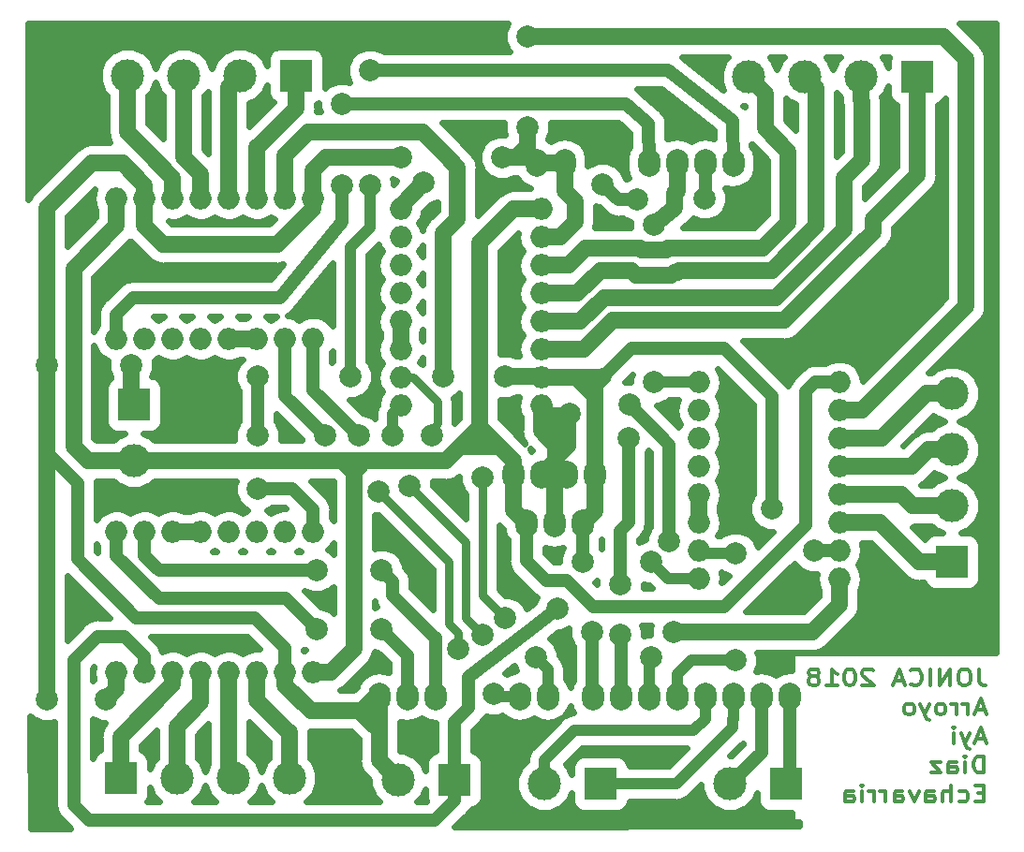
<source format=gbr>
G04 #@! TF.GenerationSoftware,KiCad,Pcbnew,5.0.0-fee4fd1~66~ubuntu18.04.1*
G04 #@! TF.CreationDate,2018-10-11T22:41:42-03:00*
G04 #@! TF.ProjectId,JONICA,4A4F4E4943412E6B696361645F706362,rev?*
G04 #@! TF.SameCoordinates,Original*
G04 #@! TF.FileFunction,Copper,L2,Bot,Plane*
G04 #@! TF.FilePolarity,Positive*
%FSLAX46Y46*%
G04 Gerber Fmt 4.6, Leading zero omitted, Abs format (unit mm)*
G04 Created by KiCad (PCBNEW 5.0.0-fee4fd1~66~ubuntu18.04.1) date Thu Oct 11 22:41:42 2018*
%MOMM*%
%LPD*%
G01*
G04 APERTURE LIST*
G04 #@! TA.AperFunction,NonConductor*
%ADD10C,0.375000*%
G04 #@! TD*
G04 #@! TA.AperFunction,ComponentPad*
%ADD11O,2.000000X2.500000*%
G04 #@! TD*
G04 #@! TA.AperFunction,ComponentPad*
%ADD12O,2.000000X2.000000*%
G04 #@! TD*
G04 #@! TA.AperFunction,ComponentPad*
%ADD13C,3.000000*%
G04 #@! TD*
G04 #@! TA.AperFunction,ComponentPad*
%ADD14R,3.000000X3.000000*%
G04 #@! TD*
G04 #@! TA.AperFunction,ViaPad*
%ADD15C,2.000000*%
G04 #@! TD*
G04 #@! TA.AperFunction,Conductor*
%ADD16C,1.500000*%
G04 #@! TD*
G04 #@! TA.AperFunction,Conductor*
%ADD17C,1.200000*%
G04 #@! TD*
G04 #@! TA.AperFunction,Conductor*
%ADD18C,1.000000*%
G04 #@! TD*
G04 #@! TA.AperFunction,Conductor*
%ADD19C,0.800000*%
G04 #@! TD*
G04 #@! TA.AperFunction,NonConductor*
%ADD20C,0.600000*%
G04 #@! TD*
G04 APERTURE END LIST*
D10*
X178189773Y-96290571D02*
X178189773Y-97362000D01*
X178270726Y-97576285D01*
X178432630Y-97719142D01*
X178675488Y-97790571D01*
X178837392Y-97790571D01*
X177056440Y-96290571D02*
X176732630Y-96290571D01*
X176570726Y-96362000D01*
X176408821Y-96504857D01*
X176327869Y-96790571D01*
X176327869Y-97290571D01*
X176408821Y-97576285D01*
X176570726Y-97719142D01*
X176732630Y-97790571D01*
X177056440Y-97790571D01*
X177218345Y-97719142D01*
X177380250Y-97576285D01*
X177461202Y-97290571D01*
X177461202Y-96790571D01*
X177380250Y-96504857D01*
X177218345Y-96362000D01*
X177056440Y-96290571D01*
X175599297Y-97790571D02*
X175599297Y-96290571D01*
X174627869Y-97790571D01*
X174627869Y-96290571D01*
X173818345Y-97790571D02*
X173818345Y-96290571D01*
X172037392Y-97647714D02*
X172118345Y-97719142D01*
X172361202Y-97790571D01*
X172523107Y-97790571D01*
X172765964Y-97719142D01*
X172927869Y-97576285D01*
X173008821Y-97433428D01*
X173089773Y-97147714D01*
X173089773Y-96933428D01*
X173008821Y-96647714D01*
X172927869Y-96504857D01*
X172765964Y-96362000D01*
X172523107Y-96290571D01*
X172361202Y-96290571D01*
X172118345Y-96362000D01*
X172037392Y-96433428D01*
X171389773Y-97362000D02*
X170580250Y-97362000D01*
X171551678Y-97790571D02*
X170985011Y-96290571D01*
X170418345Y-97790571D01*
X168637392Y-96433428D02*
X168556440Y-96362000D01*
X168394535Y-96290571D01*
X167989773Y-96290571D01*
X167827869Y-96362000D01*
X167746916Y-96433428D01*
X167665964Y-96576285D01*
X167665964Y-96719142D01*
X167746916Y-96933428D01*
X168718345Y-97790571D01*
X167665964Y-97790571D01*
X166613583Y-96290571D02*
X166451678Y-96290571D01*
X166289773Y-96362000D01*
X166208821Y-96433428D01*
X166127869Y-96576285D01*
X166046916Y-96862000D01*
X166046916Y-97219142D01*
X166127869Y-97504857D01*
X166208821Y-97647714D01*
X166289773Y-97719142D01*
X166451678Y-97790571D01*
X166613583Y-97790571D01*
X166775488Y-97719142D01*
X166856440Y-97647714D01*
X166937392Y-97504857D01*
X167018345Y-97219142D01*
X167018345Y-96862000D01*
X166937392Y-96576285D01*
X166856440Y-96433428D01*
X166775488Y-96362000D01*
X166613583Y-96290571D01*
X164427869Y-97790571D02*
X165399297Y-97790571D01*
X164913583Y-97790571D02*
X164913583Y-96290571D01*
X165075488Y-96504857D01*
X165237392Y-96647714D01*
X165399297Y-96719142D01*
X163456440Y-96933428D02*
X163618345Y-96862000D01*
X163699297Y-96790571D01*
X163780250Y-96647714D01*
X163780250Y-96576285D01*
X163699297Y-96433428D01*
X163618345Y-96362000D01*
X163456440Y-96290571D01*
X163132630Y-96290571D01*
X162970726Y-96362000D01*
X162889773Y-96433428D01*
X162808821Y-96576285D01*
X162808821Y-96647714D01*
X162889773Y-96790571D01*
X162970726Y-96862000D01*
X163132630Y-96933428D01*
X163456440Y-96933428D01*
X163618345Y-97004857D01*
X163699297Y-97076285D01*
X163780250Y-97219142D01*
X163780250Y-97504857D01*
X163699297Y-97647714D01*
X163618345Y-97719142D01*
X163456440Y-97790571D01*
X163132630Y-97790571D01*
X162970726Y-97719142D01*
X162889773Y-97647714D01*
X162808821Y-97504857D01*
X162808821Y-97219142D01*
X162889773Y-97076285D01*
X162970726Y-97004857D01*
X163132630Y-96933428D01*
X178756440Y-99987000D02*
X177946916Y-99987000D01*
X178918345Y-100415571D02*
X178351678Y-98915571D01*
X177785011Y-100415571D01*
X177218345Y-100415571D02*
X177218345Y-99415571D01*
X177218345Y-99701285D02*
X177137392Y-99558428D01*
X177056440Y-99487000D01*
X176894535Y-99415571D01*
X176732630Y-99415571D01*
X176165964Y-100415571D02*
X176165964Y-99415571D01*
X176165964Y-99701285D02*
X176085011Y-99558428D01*
X176004059Y-99487000D01*
X175842154Y-99415571D01*
X175680250Y-99415571D01*
X174870726Y-100415571D02*
X175032630Y-100344142D01*
X175113583Y-100272714D01*
X175194535Y-100129857D01*
X175194535Y-99701285D01*
X175113583Y-99558428D01*
X175032630Y-99487000D01*
X174870726Y-99415571D01*
X174627869Y-99415571D01*
X174465964Y-99487000D01*
X174385011Y-99558428D01*
X174304059Y-99701285D01*
X174304059Y-100129857D01*
X174385011Y-100272714D01*
X174465964Y-100344142D01*
X174627869Y-100415571D01*
X174870726Y-100415571D01*
X173737392Y-99415571D02*
X173332630Y-100415571D01*
X172927869Y-99415571D02*
X173332630Y-100415571D01*
X173494535Y-100772714D01*
X173575488Y-100844142D01*
X173737392Y-100915571D01*
X172037392Y-100415571D02*
X172199297Y-100344142D01*
X172280250Y-100272714D01*
X172361202Y-100129857D01*
X172361202Y-99701285D01*
X172280250Y-99558428D01*
X172199297Y-99487000D01*
X172037392Y-99415571D01*
X171794535Y-99415571D01*
X171632630Y-99487000D01*
X171551678Y-99558428D01*
X171470726Y-99701285D01*
X171470726Y-100129857D01*
X171551678Y-100272714D01*
X171632630Y-100344142D01*
X171794535Y-100415571D01*
X172037392Y-100415571D01*
X178756440Y-102612000D02*
X177946916Y-102612000D01*
X178918345Y-103040571D02*
X178351678Y-101540571D01*
X177785011Y-103040571D01*
X177380250Y-102040571D02*
X176975488Y-103040571D01*
X176570726Y-102040571D02*
X176975488Y-103040571D01*
X177137392Y-103397714D01*
X177218345Y-103469142D01*
X177380250Y-103540571D01*
X175923107Y-103040571D02*
X175923107Y-102040571D01*
X175923107Y-101540571D02*
X176004059Y-101612000D01*
X175923107Y-101683428D01*
X175842154Y-101612000D01*
X175923107Y-101540571D01*
X175923107Y-101683428D01*
X178675488Y-105665571D02*
X178675488Y-104165571D01*
X178270726Y-104165571D01*
X178027869Y-104237000D01*
X177865964Y-104379857D01*
X177785011Y-104522714D01*
X177704059Y-104808428D01*
X177704059Y-105022714D01*
X177785011Y-105308428D01*
X177865964Y-105451285D01*
X178027869Y-105594142D01*
X178270726Y-105665571D01*
X178675488Y-105665571D01*
X176975488Y-105665571D02*
X176975488Y-104665571D01*
X176975488Y-104165571D02*
X177056440Y-104237000D01*
X176975488Y-104308428D01*
X176894535Y-104237000D01*
X176975488Y-104165571D01*
X176975488Y-104308428D01*
X175437392Y-105665571D02*
X175437392Y-104879857D01*
X175518345Y-104737000D01*
X175680250Y-104665571D01*
X176004059Y-104665571D01*
X176165964Y-104737000D01*
X175437392Y-105594142D02*
X175599297Y-105665571D01*
X176004059Y-105665571D01*
X176165964Y-105594142D01*
X176246916Y-105451285D01*
X176246916Y-105308428D01*
X176165964Y-105165571D01*
X176004059Y-105094142D01*
X175599297Y-105094142D01*
X175437392Y-105022714D01*
X174789773Y-104665571D02*
X173899297Y-104665571D01*
X174789773Y-105665571D01*
X173899297Y-105665571D01*
X178675488Y-107504857D02*
X178108821Y-107504857D01*
X177865964Y-108290571D02*
X178675488Y-108290571D01*
X178675488Y-106790571D01*
X177865964Y-106790571D01*
X176408821Y-108219142D02*
X176570726Y-108290571D01*
X176894535Y-108290571D01*
X177056440Y-108219142D01*
X177137392Y-108147714D01*
X177218345Y-108004857D01*
X177218345Y-107576285D01*
X177137392Y-107433428D01*
X177056440Y-107362000D01*
X176894535Y-107290571D01*
X176570726Y-107290571D01*
X176408821Y-107362000D01*
X175680250Y-108290571D02*
X175680250Y-106790571D01*
X174951678Y-108290571D02*
X174951678Y-107504857D01*
X175032630Y-107362000D01*
X175194535Y-107290571D01*
X175437392Y-107290571D01*
X175599297Y-107362000D01*
X175680250Y-107433428D01*
X173413583Y-108290571D02*
X173413583Y-107504857D01*
X173494535Y-107362000D01*
X173656440Y-107290571D01*
X173980250Y-107290571D01*
X174142154Y-107362000D01*
X173413583Y-108219142D02*
X173575488Y-108290571D01*
X173980250Y-108290571D01*
X174142154Y-108219142D01*
X174223107Y-108076285D01*
X174223107Y-107933428D01*
X174142154Y-107790571D01*
X173980250Y-107719142D01*
X173575488Y-107719142D01*
X173413583Y-107647714D01*
X172765964Y-107290571D02*
X172361202Y-108290571D01*
X171956440Y-107290571D01*
X170580250Y-108290571D02*
X170580250Y-107504857D01*
X170661202Y-107362000D01*
X170823107Y-107290571D01*
X171146916Y-107290571D01*
X171308821Y-107362000D01*
X170580250Y-108219142D02*
X170742154Y-108290571D01*
X171146916Y-108290571D01*
X171308821Y-108219142D01*
X171389773Y-108076285D01*
X171389773Y-107933428D01*
X171308821Y-107790571D01*
X171146916Y-107719142D01*
X170742154Y-107719142D01*
X170580250Y-107647714D01*
X169770726Y-108290571D02*
X169770726Y-107290571D01*
X169770726Y-107576285D02*
X169689773Y-107433428D01*
X169608821Y-107362000D01*
X169446916Y-107290571D01*
X169285011Y-107290571D01*
X168718345Y-108290571D02*
X168718345Y-107290571D01*
X168718345Y-107576285D02*
X168637392Y-107433428D01*
X168556440Y-107362000D01*
X168394535Y-107290571D01*
X168232630Y-107290571D01*
X167665964Y-108290571D02*
X167665964Y-107290571D01*
X167665964Y-106790571D02*
X167746916Y-106862000D01*
X167665964Y-106933428D01*
X167585011Y-106862000D01*
X167665964Y-106790571D01*
X167665964Y-106933428D01*
X166127869Y-108290571D02*
X166127869Y-107504857D01*
X166208821Y-107362000D01*
X166370726Y-107290571D01*
X166694535Y-107290571D01*
X166856440Y-107362000D01*
X166127869Y-108219142D02*
X166289773Y-108290571D01*
X166694535Y-108290571D01*
X166856440Y-108219142D01*
X166937392Y-108076285D01*
X166937392Y-107933428D01*
X166856440Y-107790571D01*
X166694535Y-107719142D01*
X166289773Y-107719142D01*
X166127869Y-107647714D01*
D11*
G04 #@! TO.P,A3,17*
G04 #@! TO.N,/SENSOR1*
X156006800Y-98780600D03*
G04 #@! TO.P,A3,18*
G04 #@! TO.N,/SENSOR2*
X153466800Y-98780600D03*
G04 #@! TO.P,A3,19*
G04 #@! TO.N,/M2_STEP*
X150926800Y-98780600D03*
G04 #@! TO.P,A3,20*
G04 #@! TO.N,/M2_DIR*
X148386800Y-98780600D03*
G04 #@! TO.P,A3,21*
G04 #@! TO.N,/M3_STEP*
X145846800Y-98780600D03*
G04 #@! TO.P,A3,6*
G04 #@! TO.N,GND*
X138226800Y-50520600D03*
G04 #@! TO.P,A3,22*
G04 #@! TO.N,/M3_DIR*
X143306800Y-98780600D03*
G04 #@! TO.P,A3,7*
G04 #@! TO.N,GND*
X140766800Y-50520600D03*
G04 #@! TO.P,A3,23*
G04 #@! TO.N,/M1_DIR*
X139246800Y-98780600D03*
G04 #@! TO.P,A3,24*
G04 #@! TO.N,/M1_STEP*
X136706800Y-98780600D03*
G04 #@! TO.P,A3,9*
G04 #@! TO.N,/ENA1*
X148386800Y-50520600D03*
G04 #@! TO.P,A3,10*
G04 #@! TO.N,/ENA2*
X150926800Y-50520600D03*
G04 #@! TO.P,A3,11*
G04 #@! TO.N,/ENA3*
X153466800Y-50520600D03*
G04 #@! TO.P,A3,27*
G04 #@! TO.N,/M0_STEP*
X129086800Y-98780600D03*
G04 #@! TO.P,A3,12*
G04 #@! TO.N,/ENA0-POLOLU*
X156006800Y-50520600D03*
G04 #@! TO.P,A3,28*
G04 #@! TO.N,/M0_DIR*
X126546800Y-98780600D03*
G04 #@! TO.P,A3,29*
G04 #@! TO.N,GND*
X124006800Y-98780600D03*
G04 #@! TO.P,A3,15*
G04 #@! TO.N,/RX*
X161086800Y-98780600D03*
G04 #@! TO.P,A3,16*
G04 #@! TO.N,/TX*
X158546800Y-98780600D03*
G04 #@! TD*
D12*
G04 #@! TO.P,A1,1*
G04 #@! TO.N,GND*
X118046500Y-53721000D03*
G04 #@! TO.P,A1,9*
G04 #@! TO.N,/ENA1*
X100266500Y-66421000D03*
G04 #@! TO.P,A1,2*
G04 #@! TO.N,+5V*
X115506500Y-53721000D03*
G04 #@! TO.P,A1,10*
G04 #@! TO.N,Net-(A1-Pad10)*
X102806500Y-66421000D03*
G04 #@! TO.P,A1,3*
G04 #@! TO.N,/M1_1A*
X112966500Y-53721000D03*
G04 #@! TO.P,A1,11*
G04 #@! TO.N,Net-(A1-Pad11)*
X105346500Y-66421000D03*
G04 #@! TO.P,A1,4*
G04 #@! TO.N,/M1_1B*
X110426500Y-53721000D03*
G04 #@! TO.P,A1,12*
G04 #@! TO.N,Net-(A1-Pad12)*
X107886500Y-66421000D03*
G04 #@! TO.P,A1,5*
G04 #@! TO.N,/M1_2A*
X107886500Y-53721000D03*
G04 #@! TO.P,A1,13*
G04 #@! TO.N,Net-(A1-Pad13)*
X110426500Y-66421000D03*
G04 #@! TO.P,A1,6*
G04 #@! TO.N,/M1_2B*
X105346500Y-53721000D03*
G04 #@! TO.P,A1,14*
G04 #@! TO.N,Net-(A1-Pad13)*
X112966500Y-66421000D03*
G04 #@! TO.P,A1,7*
G04 #@! TO.N,GND*
X102806500Y-53721000D03*
G04 #@! TO.P,A1,15*
G04 #@! TO.N,/M1_STEP*
X115506500Y-66421000D03*
G04 #@! TO.P,A1,8*
G04 #@! TO.N,+12V*
X100266500Y-53721000D03*
G04 #@! TO.P,A1,16*
G04 #@! TO.N,/M1_DIR*
X118046500Y-66421000D03*
G04 #@! TD*
G04 #@! TO.P,A2,16*
G04 #@! TO.N,/M3_DIR*
X125953520Y-72471280D03*
G04 #@! TO.P,A2,8*
G04 #@! TO.N,+12V*
X138653520Y-54691280D03*
G04 #@! TO.P,A2,15*
G04 #@! TO.N,/M3_STEP*
X125953520Y-69931280D03*
G04 #@! TO.P,A2,7*
G04 #@! TO.N,GND*
X138653520Y-57231280D03*
G04 #@! TO.P,A2,14*
G04 #@! TO.N,Net-(A2-Pad13)*
X125953520Y-67391280D03*
G04 #@! TO.P,A2,6*
G04 #@! TO.N,/M3_2B*
X138653520Y-59771280D03*
G04 #@! TO.P,A2,13*
G04 #@! TO.N,Net-(A2-Pad13)*
X125953520Y-64851280D03*
G04 #@! TO.P,A2,5*
G04 #@! TO.N,/M3_2A*
X138653520Y-62311280D03*
G04 #@! TO.P,A2,12*
G04 #@! TO.N,Net-(A2-Pad12)*
X125953520Y-62311280D03*
G04 #@! TO.P,A2,4*
G04 #@! TO.N,/M3_1B*
X138653520Y-64851280D03*
G04 #@! TO.P,A2,11*
G04 #@! TO.N,Net-(A2-Pad11)*
X125953520Y-59771280D03*
G04 #@! TO.P,A2,3*
G04 #@! TO.N,/M3_1A*
X138653520Y-67391280D03*
G04 #@! TO.P,A2,10*
G04 #@! TO.N,Net-(A2-Pad10)*
X125953520Y-57231280D03*
G04 #@! TO.P,A2,2*
G04 #@! TO.N,+5V*
X138653520Y-69931280D03*
G04 #@! TO.P,A2,9*
G04 #@! TO.N,/ENA3*
X125953520Y-54691280D03*
G04 #@! TO.P,A2,1*
G04 #@! TO.N,GND*
X138653520Y-72471280D03*
G04 #@! TD*
G04 #@! TO.P,A4,16*
G04 #@! TO.N,/M2_DIR*
X152908000Y-88138000D03*
G04 #@! TO.P,A4,8*
G04 #@! TO.N,+12V*
X165608000Y-70358000D03*
G04 #@! TO.P,A4,15*
G04 #@! TO.N,/M2_STEP*
X152908000Y-85598000D03*
G04 #@! TO.P,A4,7*
G04 #@! TO.N,GND*
X165608000Y-72898000D03*
G04 #@! TO.P,A4,14*
G04 #@! TO.N,Net-(A4-Pad13)*
X152908000Y-83058000D03*
G04 #@! TO.P,A4,6*
G04 #@! TO.N,/M2_2B*
X165608000Y-75438000D03*
G04 #@! TO.P,A4,13*
G04 #@! TO.N,Net-(A4-Pad13)*
X152908000Y-80518000D03*
G04 #@! TO.P,A4,5*
G04 #@! TO.N,/M2_2A*
X165608000Y-77978000D03*
G04 #@! TO.P,A4,12*
G04 #@! TO.N,Net-(A4-Pad12)*
X152908000Y-77978000D03*
G04 #@! TO.P,A4,4*
G04 #@! TO.N,/M2_1B*
X165608000Y-80518000D03*
G04 #@! TO.P,A4,11*
G04 #@! TO.N,Net-(A4-Pad11)*
X152908000Y-75438000D03*
G04 #@! TO.P,A4,3*
G04 #@! TO.N,/M2_1A*
X165608000Y-83058000D03*
G04 #@! TO.P,A4,10*
G04 #@! TO.N,Net-(A4-Pad10)*
X152908000Y-72898000D03*
G04 #@! TO.P,A4,2*
G04 #@! TO.N,+5V*
X165608000Y-85598000D03*
G04 #@! TO.P,A4,9*
G04 #@! TO.N,/ENA2*
X152908000Y-70358000D03*
G04 #@! TO.P,A4,1*
G04 #@! TO.N,GND*
X165608000Y-88138000D03*
G04 #@! TD*
G04 #@! TO.P,A5,16*
G04 #@! TO.N,/M0_DIR*
X100266500Y-83883500D03*
G04 #@! TO.P,A5,8*
G04 #@! TO.N,+12V*
X118046500Y-96583500D03*
G04 #@! TO.P,A5,15*
G04 #@! TO.N,/M0_STEP*
X102806500Y-83883500D03*
G04 #@! TO.P,A5,7*
G04 #@! TO.N,GND*
X115506500Y-96583500D03*
G04 #@! TO.P,A5,14*
G04 #@! TO.N,Net-(A5-Pad13)*
X105346500Y-83883500D03*
G04 #@! TO.P,A5,6*
G04 #@! TO.N,/M0_2B*
X112966500Y-96583500D03*
G04 #@! TO.P,A5,13*
G04 #@! TO.N,Net-(A5-Pad13)*
X107886500Y-83883500D03*
G04 #@! TO.P,A5,5*
G04 #@! TO.N,/M0_2A*
X110426500Y-96583500D03*
G04 #@! TO.P,A5,12*
G04 #@! TO.N,Net-(A5-Pad12)*
X110426500Y-83883500D03*
G04 #@! TO.P,A5,4*
G04 #@! TO.N,/M0_1B*
X107886500Y-96583500D03*
G04 #@! TO.P,A5,11*
G04 #@! TO.N,Net-(A5-Pad11)*
X112966500Y-83883500D03*
G04 #@! TO.P,A5,3*
G04 #@! TO.N,/M0_1A*
X105346500Y-96583500D03*
G04 #@! TO.P,A5,10*
G04 #@! TO.N,Net-(A5-Pad10)*
X115506500Y-83883500D03*
G04 #@! TO.P,A5,2*
G04 #@! TO.N,+5V*
X102806500Y-96583500D03*
G04 #@! TO.P,A5,9*
G04 #@! TO.N,/ENA0-POLOLU*
X118046500Y-83883500D03*
G04 #@! TO.P,A5,1*
G04 #@! TO.N,GND*
X100266500Y-96583500D03*
G04 #@! TD*
D11*
G04 #@! TO.P,C1,2*
G04 #@! TO.N,GND*
X138644000Y-78740000D03*
G04 #@! TO.P,C1,1*
G04 #@! TO.N,+12V*
X136144000Y-78740000D03*
G04 #@! TD*
G04 #@! TO.P,C2,1*
G04 #@! TO.N,+5V*
X143510000Y-78740000D03*
G04 #@! TO.P,C2,2*
G04 #@! TO.N,GND*
X141010000Y-78740000D03*
G04 #@! TD*
D13*
G04 #@! TO.P,J1,2*
G04 #@! TO.N,/TX*
X155702000Y-106680000D03*
D14*
G04 #@! TO.P,J1,1*
G04 #@! TO.N,/RX*
X160782000Y-106680000D03*
G04 #@! TD*
G04 #@! TO.P,J2,1*
G04 #@! TO.N,/SENSOR1*
X144018000Y-106680000D03*
D13*
G04 #@! TO.P,J2,2*
G04 #@! TO.N,/SENSOR2*
X138938000Y-106680000D03*
G04 #@! TD*
G04 #@! TO.P,J7,2*
G04 #@! TO.N,GND*
X125730000Y-106299000D03*
D14*
G04 #@! TO.P,J7,1*
G04 #@! TO.N,+5V*
X130810000Y-106299000D03*
G04 #@! TD*
D13*
G04 #@! TO.P,J3,4*
G04 #@! TO.N,/M1_2B*
X101282500Y-42608500D03*
D14*
G04 #@! TO.P,J3,1*
G04 #@! TO.N,/M1_1A*
X116522500Y-42608500D03*
D13*
G04 #@! TO.P,J3,3*
G04 #@! TO.N,/M1_2A*
X106362500Y-42608500D03*
G04 #@! TO.P,J3,2*
G04 #@! TO.N,/M1_1B*
X111442500Y-42608500D03*
G04 #@! TD*
G04 #@! TO.P,J4,2*
G04 #@! TO.N,/M2_1B*
X175768000Y-81534000D03*
G04 #@! TO.P,J4,3*
G04 #@! TO.N,/M2_2A*
X175768000Y-76454000D03*
D14*
G04 #@! TO.P,J4,1*
G04 #@! TO.N,/M2_1A*
X175768000Y-86614000D03*
D13*
G04 #@! TO.P,J4,4*
G04 #@! TO.N,/M2_2B*
X175768000Y-71374000D03*
G04 #@! TD*
G04 #@! TO.P,J5,4*
G04 #@! TO.N,/M3_2B*
X157416500Y-42735500D03*
D14*
G04 #@! TO.P,J5,1*
G04 #@! TO.N,/M3_1A*
X172656500Y-42735500D03*
D13*
G04 #@! TO.P,J5,3*
G04 #@! TO.N,/M3_2A*
X162496500Y-42735500D03*
G04 #@! TO.P,J5,2*
G04 #@! TO.N,/M3_1B*
X167576500Y-42735500D03*
G04 #@! TD*
G04 #@! TO.P,J6,2*
G04 #@! TO.N,/M0_1B*
X105727500Y-106172000D03*
G04 #@! TO.P,J6,3*
G04 #@! TO.N,/M0_2A*
X110807500Y-106172000D03*
D14*
G04 #@! TO.P,J6,1*
G04 #@! TO.N,/M0_1A*
X100647500Y-106172000D03*
D13*
G04 #@! TO.P,J6,4*
G04 #@! TO.N,/M0_2B*
X115887500Y-106172000D03*
G04 #@! TD*
D11*
G04 #@! TO.P,U1,3*
G04 #@! TO.N,+5V*
X142392400Y-83108800D03*
G04 #@! TO.P,U1,2*
G04 #@! TO.N,GND*
X139852400Y-83108800D03*
G04 #@! TO.P,U1,1*
G04 #@! TO.N,+12V*
X137312400Y-83108800D03*
G04 #@! TD*
D13*
G04 #@! TO.P,J8,2*
G04 #@! TO.N,+12V*
X101854000Y-77470000D03*
D14*
G04 #@! TO.P,J8,1*
G04 #@! TO.N,GND*
X101854000Y-72390000D03*
G04 #@! TD*
D15*
G04 #@! TO.N,GND*
X101600000Y-68834000D03*
X125984000Y-50038000D03*
X135128000Y-50038000D03*
X150622000Y-92964000D03*
X150216979Y-84715857D03*
X146618002Y-72390000D03*
X141260000Y-73189705D03*
X99314000Y-99060000D03*
X93980000Y-99060000D03*
X93980000Y-68834000D03*
X137414000Y-47312000D03*
X137414000Y-39116000D03*
G04 #@! TO.N,/ENA1*
X120650000Y-52578000D03*
X120650000Y-45212000D03*
G04 #@! TO.N,+5V*
X129794000Y-69850000D03*
X135382000Y-69850000D03*
X142367000Y-86614000D03*
X140081000Y-90805000D03*
X163280937Y-85560912D03*
X159512000Y-81788000D03*
G04 #@! TO.N,/M1_STEP*
X134366000Y-98552000D03*
X131186800Y-94467463D03*
X123979500Y-80264000D03*
X119126000Y-75184000D03*
G04 #@! TO.N,/M1_DIR*
X138176000Y-95250000D03*
X133386918Y-93200561D03*
X126746000Y-79720000D03*
X122174000Y-75184000D03*
G04 #@! TO.N,/ENA3*
X128016000Y-52324000D03*
X144221200Y-52425600D03*
X147320000Y-53848000D03*
X153416000Y-53695600D03*
G04 #@! TO.N,/M3_STEP*
X145796000Y-93218000D03*
X145796000Y-88578000D03*
X128778000Y-75184000D03*
X146558000Y-75438000D03*
G04 #@! TO.N,/M3_DIR*
X143256000Y-92964000D03*
X135386920Y-91700560D03*
X133350000Y-78994000D03*
X125222000Y-75184000D03*
G04 #@! TO.N,/M2_STEP*
X156210000Y-85852000D03*
X156210000Y-95504000D03*
G04 #@! TO.N,/M2_DIR*
X148590000Y-95250000D03*
X148590000Y-86614000D03*
G04 #@! TO.N,/ENA2*
X148844000Y-70358000D03*
X148844000Y-56134000D03*
G04 #@! TO.N,/M0_STEP*
X118364000Y-87376000D03*
X124206000Y-87376000D03*
G04 #@! TO.N,/M0_DIR*
X118364000Y-92710000D03*
X124206000Y-92710000D03*
G04 #@! TO.N,/ENA0-POLOLU*
X123190000Y-52578000D03*
X121412000Y-69850000D03*
X113030000Y-69850000D03*
X113030000Y-75184000D03*
X113030000Y-80010000D03*
X123190000Y-42164000D03*
G04 #@! TD*
D16*
G04 #@! TO.N,GND*
X140766800Y-50520600D02*
X138226800Y-50520600D01*
X138644000Y-78740000D02*
X139954000Y-78740000D01*
X139852400Y-78841600D02*
X139954000Y-78740000D01*
X139852400Y-83108800D02*
X139852400Y-78841600D01*
X139954000Y-78740000D02*
X141010000Y-78740000D01*
X138653520Y-72471280D02*
X138653520Y-74771280D01*
X139914000Y-77470000D02*
X138644000Y-78740000D01*
X139954000Y-77470000D02*
X139914000Y-77470000D01*
X139954000Y-77470000D02*
X139954000Y-78740000D01*
X139954000Y-76071760D02*
X139954000Y-77470000D01*
X139954000Y-77684000D02*
X141010000Y-78740000D01*
X139954000Y-77470000D02*
X139954000Y-77684000D01*
X101600000Y-72136000D02*
X101854000Y-72390000D01*
X101600000Y-68834000D02*
X101600000Y-72136000D01*
X124006800Y-104575800D02*
X125730000Y-106299000D01*
X115506500Y-96583500D02*
X115506500Y-97726500D01*
X115506500Y-97726500D02*
X117856000Y-100076000D01*
X124006800Y-98780600D02*
X124006800Y-100076000D01*
X124006800Y-98780600D02*
X123723400Y-98780600D01*
X123723400Y-98780600D02*
X122428000Y-100076000D01*
X117856000Y-100076000D02*
X122428000Y-100076000D01*
X122428000Y-100076000D02*
X124006800Y-100076000D01*
X124006800Y-100076000D02*
X124006800Y-101854000D01*
X122428000Y-100275200D02*
X124006800Y-101854000D01*
X122428000Y-100076000D02*
X122428000Y-100275200D01*
X124006800Y-101854000D02*
X124006800Y-104575800D01*
X102806500Y-56221000D02*
X104497500Y-57912000D01*
X102806500Y-53721000D02*
X102806500Y-56221000D01*
X104497500Y-57912000D02*
X114808000Y-57912000D01*
X118046500Y-54673500D02*
X118046500Y-53721000D01*
X114808000Y-57912000D02*
X118046500Y-54673500D01*
X138653520Y-57231280D02*
X140380720Y-57231280D01*
X140380720Y-57231280D02*
X141732000Y-55880000D01*
X140766800Y-53020600D02*
X140766800Y-50520600D01*
X141732000Y-53985800D02*
X140766800Y-53020600D01*
X141732000Y-55880000D02*
X141732000Y-53985800D01*
X118046500Y-51221000D02*
X119229500Y-50038000D01*
X118046500Y-53721000D02*
X118046500Y-51221000D01*
X119229500Y-50038000D02*
X125984000Y-50038000D01*
X137744200Y-50038000D02*
X138226800Y-50520600D01*
X165608000Y-88138000D02*
X165608000Y-90488000D01*
X163132000Y-92964000D02*
X150622000Y-92964000D01*
D17*
X150216979Y-75988977D02*
X146618002Y-72390000D01*
X150216979Y-84715857D02*
X150216979Y-75988977D01*
X139371945Y-73189705D02*
X138653520Y-72471280D01*
X141260000Y-73189705D02*
X139371945Y-73189705D01*
X140260001Y-74749759D02*
X139446000Y-75563760D01*
X140260001Y-74189704D02*
X140260001Y-74749759D01*
X141260000Y-73189705D02*
X140260001Y-74189704D01*
D16*
X138653520Y-74771280D02*
X139446000Y-75563760D01*
X139446000Y-75563760D02*
X139954000Y-76071760D01*
D17*
X139371945Y-75489705D02*
X139446000Y-75563760D01*
X139371945Y-73189705D02*
X139371945Y-75489705D01*
X141260000Y-76164000D02*
X139954000Y-77470000D01*
X140880240Y-75563760D02*
X141260000Y-75184000D01*
X139446000Y-75563760D02*
X140880240Y-75563760D01*
X141260000Y-73189705D02*
X141260000Y-75184000D01*
X141260000Y-75184000D02*
X141260000Y-76164000D01*
D16*
X165608000Y-90488000D02*
X164592000Y-91504000D01*
X164592000Y-91504000D02*
X163830000Y-92266000D01*
X163830000Y-92266000D02*
X163132000Y-92964000D01*
D17*
X164910000Y-91186000D02*
X164592000Y-91504000D01*
D16*
X164910000Y-91186000D02*
X163830000Y-92266000D01*
X100266500Y-96583500D02*
X100266500Y-98107500D01*
X100266500Y-98107500D02*
X99314000Y-99060000D01*
X93980000Y-68834000D02*
X93980000Y-54610000D01*
X93980000Y-54610000D02*
X98044000Y-50546000D01*
X98044000Y-50546000D02*
X100838000Y-50546000D01*
X100838000Y-50546000D02*
X102806500Y-52514500D01*
X102806500Y-52514500D02*
X102806500Y-53721000D01*
D17*
X96774000Y-86360000D02*
X96774000Y-79502000D01*
D16*
X93980000Y-76708000D02*
X93980000Y-99060000D01*
X93980000Y-68834000D02*
X93980000Y-76708000D01*
D17*
X112767990Y-91644990D02*
X102058990Y-91644990D01*
X96774000Y-79502000D02*
X93980000Y-76708000D01*
X102058990Y-91644990D02*
X96774000Y-86360000D01*
X115506500Y-96583500D02*
X115506500Y-94383500D01*
X115506500Y-94383500D02*
X112767990Y-91644990D01*
D16*
X137414000Y-48768000D02*
X137414000Y-49022000D01*
X136398000Y-50038000D02*
X137744200Y-50038000D01*
X135128000Y-50038000D02*
X136398000Y-50038000D01*
X137414000Y-49022000D02*
X136398000Y-50038000D01*
X137414000Y-47312000D02*
X137414000Y-48768000D01*
X137414000Y-49707800D02*
X138226800Y-50520600D01*
X137414000Y-48768000D02*
X137414000Y-49707800D01*
X167640000Y-72898000D02*
X165608000Y-72898000D01*
X137414000Y-39116000D02*
X175006000Y-39116000D01*
X177038000Y-41148000D02*
X177038000Y-63500000D01*
X175006000Y-39116000D02*
X177038000Y-41148000D01*
X177038000Y-63500000D02*
X167640000Y-72898000D01*
D17*
G04 #@! TO.N,/ENA1*
X100266500Y-64221000D02*
X100266500Y-66421000D01*
X101749500Y-62738000D02*
X100266500Y-64221000D01*
X115062000Y-62738000D02*
X101749500Y-62738000D01*
X120650000Y-52578000D02*
X120650000Y-55880000D01*
X120650000Y-55880000D02*
X115062000Y-62738000D01*
X148336000Y-46990000D02*
X148386800Y-50520600D01*
X120650000Y-45212000D02*
X146304000Y-45212000D01*
X146304000Y-45212000D02*
X148336000Y-46990000D01*
D16*
G04 #@! TO.N,+5V*
X143510000Y-81991200D02*
X142392400Y-83108800D01*
X143510000Y-78740000D02*
X143510000Y-81991200D01*
X141813280Y-69931280D02*
X138653520Y-69931280D01*
X138572240Y-69850000D02*
X138653520Y-69931280D01*
X135382000Y-69850000D02*
X138572240Y-69850000D01*
D17*
X131095990Y-51308000D02*
X131095990Y-50913270D01*
D16*
X130048000Y-49865280D02*
X131095990Y-50913270D01*
X129794000Y-56896000D02*
X129794000Y-69850000D01*
X131095990Y-51308000D02*
X131095990Y-55594010D01*
X131095990Y-55594010D02*
X129794000Y-56896000D01*
D17*
X130810000Y-108204000D02*
X130810000Y-106299000D01*
X129032000Y-109982000D02*
X130810000Y-108204000D01*
X97790000Y-109982000D02*
X129032000Y-109982000D01*
X96393000Y-95504000D02*
X96393000Y-108585000D01*
X96393000Y-108585000D02*
X97790000Y-109982000D01*
X102806500Y-96215770D02*
X102743000Y-96152270D01*
X102806500Y-96583500D02*
X102806500Y-96215770D01*
X98552000Y-93345000D02*
X96393000Y-95504000D01*
X102743000Y-96152270D02*
X102743000Y-95123000D01*
X102743000Y-95123000D02*
X100965000Y-93345000D01*
X100965000Y-93345000D02*
X98552000Y-93345000D01*
X142367000Y-83134200D02*
X142392400Y-83108800D01*
X142367000Y-86614000D02*
X142367000Y-83134200D01*
X137414000Y-92964000D02*
X140081000Y-90805000D01*
X132080000Y-97028000D02*
X137414000Y-92964000D01*
X132080000Y-99822000D02*
X132080000Y-97028000D01*
X130810000Y-106299000D02*
X130810000Y-101092000D01*
X130810000Y-101092000D02*
X132080000Y-99822000D01*
X165608000Y-85598000D02*
X163318025Y-85598000D01*
X163318025Y-85598000D02*
X163280937Y-85560912D01*
D16*
X143510000Y-71628000D02*
X143002000Y-71120000D01*
X143002000Y-71120000D02*
X141813280Y-69931280D01*
D17*
X159512000Y-71628000D02*
X159512000Y-81788000D01*
X155194000Y-67310000D02*
X159512000Y-71628000D01*
X145034000Y-69088000D02*
X144190720Y-69931280D01*
X145034000Y-69088000D02*
X146812000Y-67310000D01*
X143510000Y-70612000D02*
X144018000Y-70104000D01*
X144018000Y-70104000D02*
X145034000Y-69088000D01*
X143002000Y-71120000D02*
X144018000Y-70104000D01*
D16*
X143510000Y-72644000D02*
X143510000Y-71628000D01*
X143510000Y-78740000D02*
X143510000Y-72644000D01*
X141813280Y-69931280D02*
X144190720Y-69931280D01*
X143510000Y-70612000D02*
X144190720Y-69931280D01*
D17*
X147574000Y-67310000D02*
X146812000Y-67310000D01*
X147574000Y-67310000D02*
X155194000Y-67310000D01*
X146812000Y-67310000D02*
X145288000Y-68834000D01*
X144272000Y-69850000D02*
X145288000Y-68834000D01*
D16*
X143510000Y-70612000D02*
X144272000Y-69850000D01*
X143510000Y-72644000D02*
X143510000Y-70612000D01*
X127934720Y-47752000D02*
X130048000Y-49865280D01*
X118975500Y-47752000D02*
X127934720Y-47752000D01*
X115506500Y-52324000D02*
X115506500Y-49847500D01*
X115506500Y-53721000D02*
X115506500Y-52324000D01*
X115506500Y-49847500D02*
X117602000Y-47752000D01*
X117602000Y-47752000D02*
X118975500Y-47752000D01*
G04 #@! TO.N,/M1_1A*
X116522500Y-42608500D02*
X116522500Y-45608500D01*
X112966500Y-49085500D02*
X112966500Y-53721000D01*
X113045500Y-49085500D02*
X116522500Y-45608500D01*
X112966500Y-49085500D02*
X113045500Y-49085500D01*
G04 #@! TO.N,/M1_1B*
X110426500Y-43624500D02*
X110426500Y-53721000D01*
X111442500Y-42608500D02*
X110426500Y-43624500D01*
G04 #@! TO.N,/M1_2A*
X107886500Y-53721000D02*
X107886500Y-51562000D01*
X106362500Y-50038000D02*
X107886500Y-51562000D01*
X106362500Y-42608500D02*
X106362500Y-50038000D01*
G04 #@! TO.N,Net-(A1-Pad13)*
X112966500Y-66421000D02*
X110426500Y-66421000D01*
G04 #@! TO.N,/M1_2B*
X105346500Y-51850441D02*
X103124000Y-49627941D01*
X105346500Y-53721000D02*
X105346500Y-51850441D01*
X103124000Y-49627941D02*
X103124000Y-49593500D01*
X103124000Y-49593500D02*
X101282500Y-47752000D01*
X101282500Y-42608500D02*
X101282500Y-47752000D01*
D18*
G04 #@! TO.N,/M1_STEP*
X136706800Y-98780600D02*
X134594600Y-98780600D01*
X134594600Y-98780600D02*
X134366000Y-98552000D01*
D19*
X131186800Y-93053250D02*
X130335550Y-92202000D01*
X131186800Y-94467463D02*
X131186800Y-93053250D01*
X130335550Y-92202000D02*
X130335550Y-86620050D01*
X130335550Y-86620050D02*
X123979500Y-80264000D01*
D17*
X115506500Y-71564500D02*
X115506500Y-66421000D01*
X119126000Y-75184000D02*
X115506500Y-71564500D01*
D16*
G04 #@! TO.N,+12V*
X101854000Y-77470000D02*
X97665540Y-77470000D01*
X97665540Y-77470000D02*
X96403160Y-76207620D01*
X96403160Y-60084340D02*
X100266500Y-56221000D01*
X100266500Y-56221000D02*
X100266500Y-53721000D01*
X96403160Y-76207620D02*
X96403160Y-60084340D01*
X136144000Y-81940400D02*
X137312400Y-83108800D01*
X136144000Y-78740000D02*
X136144000Y-81940400D01*
X136153520Y-54691280D02*
X138653520Y-54691280D01*
X133096000Y-57748800D02*
X136153520Y-54691280D01*
X133096000Y-74422000D02*
X133096000Y-57748800D01*
X136144000Y-78740000D02*
X136144000Y-77470000D01*
X134112000Y-75438000D02*
X134366000Y-75692000D01*
X132080000Y-75438000D02*
X134112000Y-75438000D01*
X134366000Y-75692000D02*
X133096000Y-74422000D01*
X132080000Y-75438000D02*
X133096000Y-74422000D01*
D17*
X162560000Y-71206000D02*
X162560000Y-71882000D01*
X163408000Y-70358000D02*
X162560000Y-71206000D01*
X165608000Y-70358000D02*
X163408000Y-70358000D01*
D18*
X162560000Y-71882000D02*
X162560000Y-72898000D01*
D17*
X162560000Y-71206000D02*
X162560000Y-74168000D01*
X162560000Y-72898000D02*
X162560000Y-74168000D01*
D16*
X134874000Y-76200000D02*
X135001000Y-76327000D01*
X131318000Y-76200000D02*
X134874000Y-76200000D01*
X135001000Y-76327000D02*
X134366000Y-75692000D01*
X136144000Y-77470000D02*
X135001000Y-76327000D01*
X131318000Y-76200000D02*
X132080000Y-75438000D01*
X119634000Y-96583500D02*
X118046500Y-96583500D01*
X121729500Y-78549500D02*
X120650000Y-77470000D01*
X121729500Y-94488000D02*
X121729500Y-78549500D01*
X101854000Y-77470000D02*
X120650000Y-77470000D01*
X121729500Y-94488000D02*
X119634000Y-96583500D01*
X130048000Y-77470000D02*
X131318000Y-76200000D01*
X121729500Y-78422500D02*
X122682000Y-77470000D01*
X121729500Y-78549500D02*
X121729500Y-78422500D01*
X120650000Y-77470000D02*
X122682000Y-77470000D01*
X122682000Y-77470000D02*
X130048000Y-77470000D01*
D17*
X137312400Y-86258400D02*
X137312400Y-83108800D01*
X137312400Y-86537800D02*
X137312400Y-86258400D01*
X162560000Y-74168000D02*
X162560000Y-83312000D01*
X140935398Y-88290400D02*
X139065000Y-88290400D01*
X162560000Y-83312000D02*
X155194000Y-90678000D01*
X155194000Y-90678000D02*
X143322998Y-90678000D01*
X143322998Y-90678000D02*
X140935398Y-88290400D01*
X139065000Y-88290400D02*
X137312400Y-86537800D01*
D19*
G04 #@! TO.N,/M1_DIR*
X133386918Y-93200561D02*
X131826000Y-91639643D01*
X131826000Y-91639643D02*
X131826000Y-84800000D01*
X131826000Y-84800000D02*
X126746000Y-79720000D01*
D18*
X139246800Y-96320800D02*
X138176000Y-95250000D01*
X139246800Y-98780600D02*
X139246800Y-96320800D01*
D17*
X118046500Y-71056500D02*
X122174000Y-75184000D01*
X118046500Y-66421000D02*
X118046500Y-71056500D01*
D16*
G04 #@! TO.N,/ENA3*
X125953520Y-54691280D02*
X125953520Y-54386480D01*
X125953520Y-54386480D02*
X128016000Y-52324000D01*
D17*
X153466800Y-53644800D02*
X153416000Y-53695600D01*
X153466800Y-50520600D02*
X153466800Y-53644800D01*
X145643600Y-53848000D02*
X144221200Y-52425600D01*
X147320000Y-53848000D02*
X145643600Y-53848000D01*
D16*
G04 #@! TO.N,/M3_1A*
X138653520Y-67391280D02*
X142481601Y-67391280D01*
X142481601Y-67391280D02*
X145102881Y-64770000D01*
X145102881Y-64770000D02*
X160631320Y-64770000D01*
X160631320Y-64770000D02*
X166294655Y-59106665D01*
X172656500Y-42735500D02*
X172656500Y-51625500D01*
X172656500Y-51625500D02*
X168656000Y-55626000D01*
X168656000Y-55626000D02*
X168656000Y-56745310D01*
X166294655Y-59106655D02*
X166294655Y-59106665D01*
X168656000Y-56745310D02*
X166294655Y-59106655D01*
G04 #@! TO.N,/M3_1B*
X167576500Y-44856820D02*
X167576500Y-42735500D01*
X167640000Y-44920320D02*
X167576500Y-44856820D01*
X167640000Y-50292000D02*
X167640000Y-44920320D01*
X166052500Y-51879500D02*
X167640000Y-50292000D01*
X166052500Y-56520380D02*
X166052500Y-51879500D01*
X159866870Y-62706010D02*
X166052500Y-56520380D01*
X144338430Y-62706010D02*
X159866870Y-62706010D01*
X142193160Y-64851280D02*
X144338430Y-62706010D01*
X138653520Y-64851280D02*
X142193160Y-64851280D01*
G04 #@! TO.N,/M3_2A*
X163512500Y-43751500D02*
X162496500Y-42735500D01*
X159510429Y-60234011D02*
X163512500Y-56231940D01*
X163512500Y-56231940D02*
X163512500Y-43751500D01*
X151093989Y-60234011D02*
X159510429Y-60234011D01*
X150943989Y-60384011D02*
X151093989Y-60234011D01*
X150689989Y-60384011D02*
X150943989Y-60384011D01*
X141904720Y-62311280D02*
X143981989Y-60234011D01*
X143981989Y-60234011D02*
X146785568Y-60234011D01*
X147257557Y-60706000D02*
X150368000Y-60706000D01*
X146785568Y-60234011D02*
X147257557Y-60706000D01*
X138653520Y-62311280D02*
X141904720Y-62311280D01*
X150368000Y-60706000D02*
X150689989Y-60384011D01*
G04 #@! TO.N,Net-(A2-Pad13)*
X125953520Y-64851280D02*
X125953520Y-67391280D01*
G04 #@! TO.N,/M3_2B*
X158916499Y-44235499D02*
X157416500Y-42735500D01*
X158916499Y-47410499D02*
X158916499Y-44235499D01*
X160972500Y-49466500D02*
X158916499Y-47410499D01*
X160972500Y-55562500D02*
X160972500Y-49466500D01*
D17*
X160972500Y-55562500D02*
X160972500Y-55943500D01*
D16*
X142690799Y-58234001D02*
X142933999Y-58234001D01*
X141153520Y-59771280D02*
X142690799Y-58234001D01*
X138653520Y-59771280D02*
X141153520Y-59771280D01*
X160972500Y-55943500D02*
X158681999Y-58234001D01*
X142690799Y-58234001D02*
X147613999Y-58234001D01*
D17*
X147613999Y-58234001D02*
X142933999Y-58234001D01*
D16*
X147763999Y-58384001D02*
X147613999Y-58234001D01*
X150074001Y-58234001D02*
X149924001Y-58384001D01*
X149924001Y-58384001D02*
X147763999Y-58384001D01*
X158681999Y-58234001D02*
X150074001Y-58234001D01*
D17*
G04 #@! TO.N,/M3_STEP*
X145846800Y-98780600D02*
X145846800Y-93268800D01*
X145846800Y-93268800D02*
X145796000Y-93218000D01*
D19*
X126153520Y-69931280D02*
X126326240Y-70104000D01*
X126326240Y-70104000D02*
X126473259Y-70104000D01*
X125953520Y-69931280D02*
X126153520Y-69931280D01*
X128778000Y-75184000D02*
X129286000Y-73950000D01*
X129286000Y-73950000D02*
X129286000Y-72136000D01*
X127081280Y-69931280D02*
X125953520Y-69931280D01*
X129286000Y-72136000D02*
X127081280Y-69931280D01*
D17*
X145796000Y-83820000D02*
X145796000Y-88578000D01*
X146558000Y-83058000D02*
X145796000Y-83820000D01*
X146558000Y-75438000D02*
X146558000Y-83058000D01*
D19*
G04 #@! TO.N,/M3_DIR*
X143256000Y-98729800D02*
X143306800Y-98780600D01*
X135386920Y-91700560D02*
X133350000Y-89663640D01*
X133350000Y-89663640D02*
X133350000Y-78994000D01*
D18*
X125222000Y-73202800D02*
X125953520Y-72471280D01*
X125222000Y-75184000D02*
X125222000Y-73202800D01*
D17*
X143256000Y-92964000D02*
X143256000Y-98729800D01*
X143256000Y-98729800D02*
X143306800Y-98780600D01*
D18*
G04 #@! TO.N,/M2_STEP*
X150926800Y-96780600D02*
X150926800Y-98780600D01*
X152203400Y-95504000D02*
X150926800Y-96780600D01*
X156210000Y-95504000D02*
X152203400Y-95504000D01*
X153162000Y-85852000D02*
X152908000Y-85598000D01*
X156210000Y-85852000D02*
X153162000Y-85852000D01*
G04 #@! TO.N,/M2_DIR*
X148386800Y-95453200D02*
X148590000Y-95250000D01*
X148386800Y-98780600D02*
X148386800Y-95453200D01*
X150114000Y-88138000D02*
X152908000Y-88138000D01*
X148590000Y-86614000D02*
X150114000Y-88138000D01*
G04 #@! TO.N,/ENA2*
X148844000Y-70358000D02*
X152908000Y-70358000D01*
D16*
X150926800Y-53020600D02*
X150926800Y-50520600D01*
X150723600Y-54610000D02*
X150723600Y-53223800D01*
X150723600Y-53223800D02*
X150926800Y-53020600D01*
X148844000Y-56134000D02*
X150723600Y-54610000D01*
D17*
G04 #@! TO.N,/M0_STEP*
X102806500Y-86083500D02*
X102806500Y-83883500D01*
X104099000Y-87376000D02*
X102806500Y-86083500D01*
X118364000Y-87376000D02*
X104099000Y-87376000D01*
X129086800Y-93472000D02*
X129086800Y-98780600D01*
X125205999Y-89645999D02*
X129032000Y-93472000D01*
X125205999Y-88375999D02*
X125205999Y-89645999D01*
X124206000Y-87376000D02*
X125205999Y-88375999D01*
G04 #@! TO.N,/M0_DIR*
X126546800Y-95050800D02*
X126546800Y-98780600D01*
X124206000Y-92710000D02*
X126546800Y-95050800D01*
X100266500Y-86083500D02*
X104099000Y-89916000D01*
X100266500Y-83883500D02*
X100266500Y-86083500D01*
X115570000Y-89916000D02*
X118364000Y-92710000D01*
X104099000Y-89916000D02*
X115570000Y-89916000D01*
D18*
G04 #@! TO.N,/ENA0-POLOLU*
X123190000Y-52578000D02*
X123190000Y-56388000D01*
X123190000Y-56388000D02*
X121412000Y-58166000D01*
X121412000Y-58166000D02*
X121412000Y-69850000D01*
D17*
X118046500Y-83883500D02*
X118046500Y-81883500D01*
X118046500Y-81883500D02*
X116173000Y-80010000D01*
X116173000Y-80010000D02*
X113030000Y-80010000D01*
X113030000Y-69850000D02*
X113030000Y-75184000D01*
X155956000Y-46736000D02*
X156006800Y-50520600D01*
X123190000Y-42164000D02*
X150114000Y-42164000D01*
X150114000Y-42164000D02*
X155956000Y-46736000D01*
G04 #@! TO.N,/RX*
X161086800Y-106375200D02*
X160782000Y-106680000D01*
X161086800Y-98780600D02*
X161086800Y-106375200D01*
G04 #@! TO.N,/TX*
X158546800Y-103835200D02*
X155702000Y-106680000D01*
X158546800Y-98780600D02*
X158546800Y-103835200D01*
D16*
G04 #@! TO.N,Net-(A4-Pad13)*
X152908000Y-80518000D02*
X152908000Y-83058000D01*
G04 #@! TO.N,/M2_2B*
X165608000Y-75438000D02*
X169418000Y-75438000D01*
X173482000Y-71374000D02*
X175768000Y-71374000D01*
X169418000Y-75438000D02*
X173482000Y-71374000D01*
G04 #@! TO.N,/M2_2A*
X175768000Y-76454000D02*
X173646680Y-76454000D01*
X172122680Y-77978000D02*
X165608000Y-77978000D01*
X173646680Y-76454000D02*
X172122680Y-77978000D01*
G04 #@! TO.N,/M2_1B*
X172212000Y-81534000D02*
X171196000Y-80518000D01*
X175768000Y-81534000D02*
X172212000Y-81534000D01*
X165608000Y-80518000D02*
X171196000Y-80518000D01*
G04 #@! TO.N,/M2_1A*
X172768000Y-86614000D02*
X175768000Y-86614000D01*
X169212000Y-83058000D02*
X172768000Y-86614000D01*
X165608000Y-83058000D02*
X169212000Y-83058000D01*
G04 #@! TO.N,Net-(A5-Pad13)*
X107886500Y-83883500D02*
X105346500Y-83883500D01*
G04 #@! TO.N,/M0_2B*
X112966500Y-96583500D02*
X112966500Y-99123500D01*
X115887500Y-101981000D02*
X115887500Y-106172000D01*
X115824000Y-101981000D02*
X112966500Y-99123500D01*
X115887500Y-101981000D02*
X115824000Y-101981000D01*
G04 #@! TO.N,/M0_2A*
X110426500Y-105791000D02*
X110807500Y-106172000D01*
X110426500Y-96583500D02*
X110426500Y-105791000D01*
G04 #@! TO.N,/M0_1B*
X105727500Y-101473000D02*
X105727500Y-106172000D01*
X107886500Y-99314000D02*
X105727500Y-101473000D01*
X107886500Y-96583500D02*
X107886500Y-99314000D01*
G04 #@! TO.N,/M0_1A*
X100647500Y-102413870D02*
X100647500Y-106172000D01*
X105346500Y-96583500D02*
X105346500Y-97714870D01*
X105346500Y-97714870D02*
X100647500Y-102413870D01*
D18*
G04 #@! TO.N,/SENSOR1*
X156006800Y-100780600D02*
X155956000Y-100831400D01*
X156006800Y-98780600D02*
X156006800Y-100780600D01*
X155956000Y-100831400D02*
X155956000Y-101600000D01*
X150876000Y-106680000D02*
X144018000Y-106680000D01*
X155956000Y-101600000D02*
X150876000Y-106680000D01*
G04 #@! TO.N,/SENSOR2*
X153466800Y-100780600D02*
X153466800Y-98780600D01*
X152393400Y-101854000D02*
X153466800Y-100780600D01*
X141642680Y-101854000D02*
X152393400Y-101854000D01*
X138938000Y-104558680D02*
X141642680Y-101854000D01*
X138938000Y-106680000D02*
X138938000Y-104558680D01*
G04 #@! TD*
D20*
G36*
X92790446Y-100840294D02*
X93562284Y-101160000D01*
X94397716Y-101160000D01*
X94693000Y-101037689D01*
X94693001Y-108417569D01*
X94659697Y-108585000D01*
X94791636Y-109248306D01*
X94827213Y-109301550D01*
X95167370Y-109810631D01*
X95309310Y-109905473D01*
X96090596Y-110686759D01*
X92500961Y-110697134D01*
X92465731Y-100515579D01*
X92790446Y-100840294D01*
X92790446Y-100840294D01*
G37*
X92790446Y-100840294D02*
X93562284Y-101160000D01*
X94397716Y-101160000D01*
X94693000Y-101037689D01*
X94693001Y-108417569D01*
X94659697Y-108585000D01*
X94791636Y-109248306D01*
X94827213Y-109301550D01*
X95167370Y-109810631D01*
X95309310Y-109905473D01*
X96090596Y-110686759D01*
X92500961Y-110697134D01*
X92465731Y-100515579D01*
X92790446Y-100840294D01*
G36*
X135192786Y-100544615D02*
X135887422Y-101008756D01*
X136706800Y-101171741D01*
X137526179Y-101008756D01*
X137976800Y-100707660D01*
X138427422Y-101008756D01*
X139246800Y-101171741D01*
X140066179Y-101008756D01*
X140458154Y-100746847D01*
X140399883Y-100834055D01*
X137918056Y-103315883D01*
X137784466Y-103405145D01*
X137695204Y-103538735D01*
X137695202Y-103538737D01*
X137430834Y-103934392D01*
X137306656Y-104558680D01*
X137319217Y-104621827D01*
X136733826Y-105207218D01*
X136338000Y-106162828D01*
X136338000Y-107197172D01*
X136733826Y-108152782D01*
X137465218Y-108884174D01*
X138420828Y-109280000D01*
X139455172Y-109280000D01*
X140410782Y-108884174D01*
X141142174Y-108152782D01*
X141396450Y-107538904D01*
X141396450Y-108180000D01*
X141481823Y-108609199D01*
X141724944Y-108973056D01*
X142088801Y-109216177D01*
X142518000Y-109301550D01*
X145518000Y-109301550D01*
X145947199Y-109216177D01*
X146311056Y-108973056D01*
X146554177Y-108609199D01*
X146619659Y-108280000D01*
X150718422Y-108280000D01*
X150876000Y-108311344D01*
X151033578Y-108280000D01*
X151033582Y-108280000D01*
X151500289Y-108187166D01*
X152029535Y-107833535D01*
X152118799Y-107699942D01*
X153102000Y-106716741D01*
X153102000Y-107197172D01*
X153497826Y-108152782D01*
X154229218Y-108884174D01*
X155184828Y-109280000D01*
X156219172Y-109280000D01*
X157174782Y-108884174D01*
X157906174Y-108152782D01*
X158160450Y-107538904D01*
X158160450Y-108180000D01*
X158245823Y-108609199D01*
X158488944Y-108973056D01*
X158852801Y-109216177D01*
X159282000Y-109301550D01*
X161253762Y-109301550D01*
X161253762Y-110163250D01*
X162006000Y-110163250D01*
X162006000Y-110496253D01*
X130831811Y-110586352D01*
X131893690Y-109524473D01*
X132035631Y-109429631D01*
X132385872Y-108905458D01*
X132739199Y-108835177D01*
X133103056Y-108592056D01*
X133346177Y-108228199D01*
X133431550Y-107799000D01*
X133431550Y-104799000D01*
X133346177Y-104369801D01*
X133103056Y-104005944D01*
X132739199Y-103762823D01*
X132510000Y-103717232D01*
X132510000Y-101796162D01*
X133163690Y-101142473D01*
X133305631Y-101047631D01*
X133651989Y-100529270D01*
X133948284Y-100652000D01*
X134783716Y-100652000D01*
X135160309Y-100496010D01*
X135192786Y-100544615D01*
X135192786Y-100544615D01*
G37*
X135192786Y-100544615D02*
X135887422Y-101008756D01*
X136706800Y-101171741D01*
X137526179Y-101008756D01*
X137976800Y-100707660D01*
X138427422Y-101008756D01*
X139246800Y-101171741D01*
X140066179Y-101008756D01*
X140458154Y-100746847D01*
X140399883Y-100834055D01*
X137918056Y-103315883D01*
X137784466Y-103405145D01*
X137695204Y-103538735D01*
X137695202Y-103538737D01*
X137430834Y-103934392D01*
X137306656Y-104558680D01*
X137319217Y-104621827D01*
X136733826Y-105207218D01*
X136338000Y-106162828D01*
X136338000Y-107197172D01*
X136733826Y-108152782D01*
X137465218Y-108884174D01*
X138420828Y-109280000D01*
X139455172Y-109280000D01*
X140410782Y-108884174D01*
X141142174Y-108152782D01*
X141396450Y-107538904D01*
X141396450Y-108180000D01*
X141481823Y-108609199D01*
X141724944Y-108973056D01*
X142088801Y-109216177D01*
X142518000Y-109301550D01*
X145518000Y-109301550D01*
X145947199Y-109216177D01*
X146311056Y-108973056D01*
X146554177Y-108609199D01*
X146619659Y-108280000D01*
X150718422Y-108280000D01*
X150876000Y-108311344D01*
X151033578Y-108280000D01*
X151033582Y-108280000D01*
X151500289Y-108187166D01*
X152029535Y-107833535D01*
X152118799Y-107699942D01*
X153102000Y-106716741D01*
X153102000Y-107197172D01*
X153497826Y-108152782D01*
X154229218Y-108884174D01*
X155184828Y-109280000D01*
X156219172Y-109280000D01*
X157174782Y-108884174D01*
X157906174Y-108152782D01*
X158160450Y-107538904D01*
X158160450Y-108180000D01*
X158245823Y-108609199D01*
X158488944Y-108973056D01*
X158852801Y-109216177D01*
X159282000Y-109301550D01*
X161253762Y-109301550D01*
X161253762Y-110163250D01*
X162006000Y-110163250D01*
X162006000Y-110496253D01*
X130831811Y-110586352D01*
X131893690Y-109524473D01*
X132035631Y-109429631D01*
X132385872Y-108905458D01*
X132739199Y-108835177D01*
X133103056Y-108592056D01*
X133346177Y-108228199D01*
X133431550Y-107799000D01*
X133431550Y-104799000D01*
X133346177Y-104369801D01*
X133103056Y-104005944D01*
X132739199Y-103762823D01*
X132510000Y-103717232D01*
X132510000Y-101796162D01*
X133163690Y-101142473D01*
X133305631Y-101047631D01*
X133651989Y-100529270D01*
X133948284Y-100652000D01*
X134783716Y-100652000D01*
X135160309Y-100496010D01*
X135192786Y-100544615D01*
G36*
X113683326Y-107644782D02*
X114320544Y-108282000D01*
X112374456Y-108282000D01*
X113011674Y-107644782D01*
X113347500Y-106834025D01*
X113683326Y-107644782D01*
X113683326Y-107644782D01*
G37*
X113683326Y-107644782D02*
X114320544Y-108282000D01*
X112374456Y-108282000D01*
X113011674Y-107644782D01*
X113347500Y-106834025D01*
X113683326Y-107644782D01*
G36*
X103523326Y-107644782D02*
X104160544Y-108282000D01*
X103062870Y-108282000D01*
X103183677Y-108101199D01*
X103269050Y-107672000D01*
X103269050Y-107030904D01*
X103523326Y-107644782D01*
X103523326Y-107644782D01*
G37*
X103523326Y-107644782D02*
X104160544Y-108282000D01*
X103062870Y-108282000D01*
X103183677Y-108101199D01*
X103269050Y-107672000D01*
X103269050Y-107030904D01*
X103523326Y-107644782D01*
G36*
X108603326Y-107644782D02*
X109240544Y-108282000D01*
X107294456Y-108282000D01*
X107931674Y-107644782D01*
X108267500Y-106834025D01*
X108603326Y-107644782D01*
X108603326Y-107644782D01*
G37*
X108603326Y-107644782D02*
X109240544Y-108282000D01*
X107294456Y-108282000D01*
X107931674Y-107644782D01*
X108267500Y-106834025D01*
X108603326Y-107644782D01*
G36*
X122156800Y-102620295D02*
X122156801Y-104393594D01*
X122120558Y-104575800D01*
X122264139Y-105297633D01*
X122450917Y-105577166D01*
X122673026Y-105909575D01*
X122827491Y-106012785D01*
X123130000Y-106315295D01*
X123130000Y-106816172D01*
X123525826Y-107771782D01*
X124036044Y-108282000D01*
X117454456Y-108282000D01*
X118091674Y-107644782D01*
X118487500Y-106689172D01*
X118487500Y-105654828D01*
X118091674Y-104699218D01*
X117737500Y-104345044D01*
X117737500Y-102163205D01*
X117773743Y-101981000D01*
X117766469Y-101944433D01*
X117856000Y-101962242D01*
X118038201Y-101926000D01*
X121462506Y-101926000D01*
X122156800Y-102620295D01*
X122156800Y-102620295D01*
G37*
X122156800Y-102620295D02*
X122156801Y-104393594D01*
X122120558Y-104575800D01*
X122264139Y-105297633D01*
X122450917Y-105577166D01*
X122673026Y-105909575D01*
X122827491Y-106012785D01*
X123130000Y-106315295D01*
X123130000Y-106816172D01*
X123525826Y-107771782D01*
X124036044Y-108282000D01*
X117454456Y-108282000D01*
X118091674Y-107644782D01*
X118487500Y-106689172D01*
X118487500Y-105654828D01*
X118091674Y-104699218D01*
X117737500Y-104345044D01*
X117737500Y-102163205D01*
X117773743Y-101981000D01*
X117766469Y-101944433D01*
X117856000Y-101962242D01*
X118038201Y-101926000D01*
X121462506Y-101926000D01*
X122156800Y-102620295D01*
G36*
X128188450Y-107799000D02*
X128273823Y-108228199D01*
X128309772Y-108282000D01*
X127423956Y-108282000D01*
X127934174Y-107771782D01*
X128188450Y-107157904D01*
X128188450Y-107799000D01*
X128188450Y-107799000D01*
G37*
X128188450Y-107799000D02*
X128273823Y-108228199D01*
X128309772Y-108282000D01*
X127423956Y-108282000D01*
X127934174Y-107771782D01*
X128188450Y-107157904D01*
X128188450Y-107799000D01*
G36*
X150213259Y-105080000D02*
X146619659Y-105080000D01*
X146554177Y-104750801D01*
X146311056Y-104386944D01*
X145947199Y-104143823D01*
X145518000Y-104058450D01*
X142518000Y-104058450D01*
X142088801Y-104143823D01*
X141724944Y-104386944D01*
X141481823Y-104750801D01*
X141396450Y-105180000D01*
X141396450Y-105821096D01*
X141142174Y-105207218D01*
X140847189Y-104912233D01*
X142305422Y-103454000D01*
X151839259Y-103454000D01*
X150213259Y-105080000D01*
X150213259Y-105080000D01*
G37*
X150213259Y-105080000D02*
X146619659Y-105080000D01*
X146554177Y-104750801D01*
X146311056Y-104386944D01*
X145947199Y-104143823D01*
X145518000Y-104058450D01*
X142518000Y-104058450D01*
X142088801Y-104143823D01*
X141724944Y-104386944D01*
X141481823Y-104750801D01*
X141396450Y-105180000D01*
X141396450Y-105821096D01*
X141142174Y-105207218D01*
X140847189Y-104912233D01*
X142305422Y-103454000D01*
X151839259Y-103454000D01*
X150213259Y-105080000D01*
G36*
X114037500Y-102810795D02*
X114037501Y-104345043D01*
X113683326Y-104699218D01*
X113347500Y-105509975D01*
X113011674Y-104699218D01*
X112280282Y-103967826D01*
X112276500Y-103966259D01*
X112276500Y-101049794D01*
X114037500Y-102810795D01*
X114037500Y-102810795D01*
G37*
X114037500Y-102810795D02*
X114037501Y-104345043D01*
X113683326Y-104699218D01*
X113347500Y-105509975D01*
X113011674Y-104699218D01*
X112280282Y-103967826D01*
X112276500Y-103966259D01*
X112276500Y-101049794D01*
X114037500Y-102810795D01*
G36*
X108576501Y-104763980D02*
X108267500Y-105509975D01*
X107931674Y-104699218D01*
X107577500Y-104345044D01*
X107577500Y-102239294D01*
X108576501Y-101240294D01*
X108576501Y-104763980D01*
X108576501Y-104763980D01*
G37*
X108576501Y-104763980D02*
X108267500Y-105509975D01*
X107931674Y-104699218D01*
X107577500Y-104345044D01*
X107577500Y-102239294D01*
X108576501Y-101240294D01*
X108576501Y-104763980D01*
G36*
X128267422Y-101008756D02*
X129086800Y-101171741D01*
X129092339Y-101170639D01*
X129110001Y-101259431D01*
X129110000Y-103717232D01*
X128880801Y-103762823D01*
X128516944Y-104005944D01*
X128273823Y-104369801D01*
X128188450Y-104799000D01*
X128188450Y-105440096D01*
X127934174Y-104826218D01*
X127202782Y-104094826D01*
X126247172Y-103699000D01*
X125856800Y-103699000D01*
X125856800Y-102036199D01*
X125893042Y-101853999D01*
X125856800Y-101671799D01*
X125856800Y-101034491D01*
X126546800Y-101171741D01*
X127366179Y-101008756D01*
X127816800Y-100707660D01*
X128267422Y-101008756D01*
X128267422Y-101008756D01*
G37*
X128267422Y-101008756D02*
X129086800Y-101171741D01*
X129092339Y-101170639D01*
X129110001Y-101259431D01*
X129110000Y-103717232D01*
X128880801Y-103762823D01*
X128516944Y-104005944D01*
X128273823Y-104369801D01*
X128188450Y-104799000D01*
X128188450Y-105440096D01*
X127934174Y-104826218D01*
X127202782Y-104094826D01*
X126247172Y-103699000D01*
X125856800Y-103699000D01*
X125856800Y-102036199D01*
X125893042Y-101853999D01*
X125856800Y-101671799D01*
X125856800Y-101034491D01*
X126546800Y-101171741D01*
X127366179Y-101008756D01*
X127816800Y-100707660D01*
X128267422Y-101008756D01*
G36*
X103877501Y-104345043D02*
X103523326Y-104699218D01*
X103269050Y-105313096D01*
X103269050Y-104672000D01*
X103183677Y-104242801D01*
X102940556Y-103878944D01*
X102576699Y-103635823D01*
X102497500Y-103620069D01*
X102497500Y-103180164D01*
X103877500Y-101800164D01*
X103877501Y-104345043D01*
X103877501Y-104345043D01*
G37*
X103877501Y-104345043D02*
X103523326Y-104699218D01*
X103269050Y-105313096D01*
X103269050Y-104672000D01*
X103183677Y-104242801D01*
X102940556Y-103878944D01*
X102576699Y-103635823D01*
X102497500Y-103620069D01*
X102497500Y-103180164D01*
X103877500Y-101800164D01*
X103877501Y-104345043D01*
G36*
X98124446Y-100840294D02*
X98896284Y-101160000D01*
X99260334Y-101160000D01*
X98904839Y-101692037D01*
X98797500Y-102231666D01*
X98797500Y-102231669D01*
X98761258Y-102413870D01*
X98797500Y-102596072D01*
X98797500Y-103620069D01*
X98718301Y-103635823D01*
X98354444Y-103878944D01*
X98111323Y-104242801D01*
X98093000Y-104334917D01*
X98093000Y-100808848D01*
X98124446Y-100840294D01*
X98124446Y-100840294D01*
G37*
X98124446Y-100840294D02*
X98896284Y-101160000D01*
X99260334Y-101160000D01*
X98904839Y-101692037D01*
X98797500Y-102231666D01*
X98797500Y-102231669D01*
X98761258Y-102413870D01*
X98797500Y-102596072D01*
X98797500Y-103620069D01*
X98718301Y-103635823D01*
X98354444Y-103878944D01*
X98111323Y-104242801D01*
X98093000Y-104334917D01*
X98093000Y-100808848D01*
X98124446Y-100840294D01*
G36*
X156846801Y-103131036D02*
X155897838Y-104080000D01*
X155738742Y-104080000D01*
X156846801Y-102971941D01*
X156846801Y-103131036D01*
X156846801Y-103131036D01*
G37*
X156846801Y-103131036D02*
X155897838Y-104080000D01*
X155738742Y-104080000D01*
X156846801Y-102971941D01*
X156846801Y-103131036D01*
G36*
X141328644Y-99849979D02*
X141585287Y-100234072D01*
X141485101Y-100254000D01*
X141485098Y-100254000D01*
X141018391Y-100346834D01*
X140791807Y-100498233D01*
X141224956Y-99849978D01*
X141276800Y-99589342D01*
X141328644Y-99849979D01*
X141328644Y-99849979D01*
G37*
X141328644Y-99849979D02*
X141585287Y-100234072D01*
X141485101Y-100254000D01*
X141485098Y-100254000D01*
X141018391Y-100346834D01*
X140791807Y-100498233D01*
X141224956Y-99849978D01*
X141276800Y-99589342D01*
X141328644Y-99849979D01*
G36*
X123788284Y-94810000D02*
X123901838Y-94810000D01*
X124846800Y-95754963D01*
X124846800Y-96566223D01*
X124826178Y-96552444D01*
X124006800Y-96389459D01*
X123187421Y-96552444D01*
X122492785Y-97016585D01*
X122028644Y-97711222D01*
X121991935Y-97895770D01*
X121661706Y-98226000D01*
X120505735Y-98226000D01*
X120967775Y-97917275D01*
X121070988Y-97762807D01*
X122908809Y-95924985D01*
X123063275Y-95821775D01*
X123472161Y-95209834D01*
X123523845Y-94950000D01*
X123569703Y-94719461D01*
X123788284Y-94810000D01*
X123788284Y-94810000D01*
G37*
X123788284Y-94810000D02*
X123901838Y-94810000D01*
X124846800Y-95754963D01*
X124846800Y-96566223D01*
X124826178Y-96552444D01*
X124006800Y-96389459D01*
X123187421Y-96552444D01*
X122492785Y-97016585D01*
X122028644Y-97711222D01*
X121991935Y-97895770D01*
X121661706Y-98226000D01*
X120505735Y-98226000D01*
X120967775Y-97917275D01*
X121070988Y-97762807D01*
X122908809Y-95924985D01*
X123063275Y-95821775D01*
X123472161Y-95209834D01*
X123523845Y-94950000D01*
X123569703Y-94719461D01*
X123788284Y-94810000D01*
G36*
X141156000Y-93381716D02*
X141475706Y-94153554D01*
X141556000Y-94233848D01*
X141556001Y-97370958D01*
X141328644Y-97711222D01*
X141276800Y-97971858D01*
X141224956Y-97711221D01*
X140846800Y-97145271D01*
X140846800Y-96478378D01*
X140878144Y-96320800D01*
X140846800Y-96163222D01*
X140846800Y-96163218D01*
X140753966Y-95696511D01*
X140625334Y-95504000D01*
X140489598Y-95300856D01*
X140489597Y-95300855D01*
X140400335Y-95167265D01*
X140276000Y-95084187D01*
X140276000Y-94832284D01*
X139956294Y-94060446D01*
X139421744Y-93525896D01*
X140188733Y-92905000D01*
X140498716Y-92905000D01*
X141156000Y-92632744D01*
X141156000Y-93381716D01*
X141156000Y-93381716D01*
G37*
X141156000Y-93381716D02*
X141475706Y-94153554D01*
X141556000Y-94233848D01*
X141556001Y-97370958D01*
X141328644Y-97711222D01*
X141276800Y-97971858D01*
X141224956Y-97711221D01*
X140846800Y-97145271D01*
X140846800Y-96478378D01*
X140878144Y-96320800D01*
X140846800Y-96163222D01*
X140846800Y-96163218D01*
X140753966Y-95696511D01*
X140625334Y-95504000D01*
X140489598Y-95300856D01*
X140489597Y-95300855D01*
X140400335Y-95167265D01*
X140276000Y-95084187D01*
X140276000Y-94832284D01*
X139956294Y-94060446D01*
X139421744Y-93525896D01*
X140188733Y-92905000D01*
X140498716Y-92905000D01*
X141156000Y-92632744D01*
X141156000Y-93381716D01*
G36*
X98125359Y-96583500D02*
X98253232Y-97226361D01*
X98124446Y-97279706D01*
X98093000Y-97311152D01*
X98093000Y-96208162D01*
X98226592Y-96074571D01*
X98125359Y-96583500D01*
X98125359Y-96583500D01*
G37*
X98125359Y-96583500D02*
X98253232Y-97226361D01*
X98124446Y-97279706D01*
X98093000Y-97311152D01*
X98093000Y-96208162D01*
X98226592Y-96074571D01*
X98125359Y-96583500D01*
G36*
X163071712Y-94838250D02*
X161253762Y-94838250D01*
X161253762Y-96422670D01*
X161086800Y-96389459D01*
X160267421Y-96552444D01*
X159816800Y-96853539D01*
X159366178Y-96552444D01*
X158546800Y-96389459D01*
X158077595Y-96482790D01*
X158310000Y-95921716D01*
X158310000Y-95086284D01*
X158197216Y-94814000D01*
X162949799Y-94814000D01*
X163071712Y-94838250D01*
X163071712Y-94838250D01*
G37*
X163071712Y-94838250D02*
X161253762Y-94838250D01*
X161253762Y-96422670D01*
X161086800Y-96389459D01*
X160267421Y-96552444D01*
X159816800Y-96853539D01*
X159366178Y-96552444D01*
X158546800Y-96389459D01*
X158077595Y-96482790D01*
X158310000Y-95921716D01*
X158310000Y-95086284D01*
X158197216Y-94814000D01*
X162949799Y-94814000D01*
X163071712Y-94838250D01*
G36*
X136395706Y-96439554D02*
X136405536Y-96449384D01*
X135887421Y-96552444D01*
X135557043Y-96773195D01*
X135555554Y-96771706D01*
X135339127Y-96682059D01*
X136218601Y-96011984D01*
X136395706Y-96439554D01*
X136395706Y-96439554D01*
G37*
X136395706Y-96439554D02*
X136405536Y-96449384D01*
X135887421Y-96552444D01*
X135557043Y-96773195D01*
X135555554Y-96771706D01*
X135339127Y-96682059D01*
X136218601Y-96011984D01*
X136395706Y-96439554D01*
G36*
X113209540Y-94490703D02*
X113173329Y-94483500D01*
X112759671Y-94483500D01*
X112147121Y-94605344D01*
X111696500Y-94906439D01*
X111245879Y-94605344D01*
X110633329Y-94483500D01*
X110219671Y-94483500D01*
X109607121Y-94605344D01*
X109156500Y-94906439D01*
X108705879Y-94605344D01*
X108093329Y-94483500D01*
X107679671Y-94483500D01*
X107067121Y-94605344D01*
X106616500Y-94906439D01*
X106165879Y-94605344D01*
X105553329Y-94483500D01*
X105139671Y-94483500D01*
X104527121Y-94605344D01*
X104391377Y-94696045D01*
X104344364Y-94459693D01*
X104293453Y-94383500D01*
X103968631Y-93897369D01*
X103826690Y-93802527D01*
X103369153Y-93344990D01*
X112063828Y-93344990D01*
X113209540Y-94490703D01*
X113209540Y-94490703D01*
G37*
X113209540Y-94490703D02*
X113173329Y-94483500D01*
X112759671Y-94483500D01*
X112147121Y-94605344D01*
X111696500Y-94906439D01*
X111245879Y-94605344D01*
X110633329Y-94483500D01*
X110219671Y-94483500D01*
X109607121Y-94605344D01*
X109156500Y-94906439D01*
X108705879Y-94605344D01*
X108093329Y-94483500D01*
X107679671Y-94483500D01*
X107067121Y-94605344D01*
X106616500Y-94906439D01*
X106165879Y-94605344D01*
X105553329Y-94483500D01*
X105139671Y-94483500D01*
X104527121Y-94605344D01*
X104391377Y-94696045D01*
X104344364Y-94459693D01*
X104293453Y-94383500D01*
X103968631Y-93897369D01*
X103826690Y-93802527D01*
X103369153Y-93344990D01*
X112063828Y-93344990D01*
X113209540Y-94490703D01*
G36*
X179786000Y-94838250D02*
X163192288Y-94838250D01*
X163314201Y-94814000D01*
X163314205Y-94814000D01*
X163853834Y-94706661D01*
X164465775Y-94297775D01*
X164568988Y-94143306D01*
X166787306Y-91924988D01*
X166941775Y-91821775D01*
X167350661Y-91209834D01*
X167458000Y-90670205D01*
X167458000Y-90670202D01*
X167494242Y-90488000D01*
X167458000Y-90305799D01*
X167458000Y-89149178D01*
X167586156Y-88957379D01*
X167749141Y-88138000D01*
X167586156Y-87318621D01*
X167285061Y-86868000D01*
X167586156Y-86417379D01*
X167749141Y-85598000D01*
X167611891Y-84908000D01*
X168445706Y-84908000D01*
X171331014Y-87793309D01*
X171434225Y-87947775D01*
X172046166Y-88356661D01*
X172585795Y-88464000D01*
X172585799Y-88464000D01*
X172767999Y-88500242D01*
X172950199Y-88464000D01*
X173216069Y-88464000D01*
X173231823Y-88543199D01*
X173474944Y-88907056D01*
X173838801Y-89150177D01*
X174268000Y-89235550D01*
X177268000Y-89235550D01*
X177697199Y-89150177D01*
X178061056Y-88907056D01*
X178304177Y-88543199D01*
X178389550Y-88114000D01*
X178389550Y-85114000D01*
X178304177Y-84684801D01*
X178061056Y-84320944D01*
X177697199Y-84077823D01*
X177268000Y-83992450D01*
X176626904Y-83992450D01*
X177240782Y-83738174D01*
X177972174Y-83006782D01*
X178368000Y-82051172D01*
X178368000Y-81016828D01*
X177972174Y-80061218D01*
X177240782Y-79329826D01*
X176430025Y-78994000D01*
X177240782Y-78658174D01*
X177972174Y-77926782D01*
X178368000Y-76971172D01*
X178368000Y-75936828D01*
X177972174Y-74981218D01*
X177240782Y-74249826D01*
X176430025Y-73914000D01*
X177240782Y-73578174D01*
X177972174Y-72846782D01*
X178368000Y-71891172D01*
X178368000Y-70856828D01*
X177972174Y-69901218D01*
X177240782Y-69169826D01*
X176285172Y-68774000D01*
X175250828Y-68774000D01*
X174295218Y-69169826D01*
X173941044Y-69524000D01*
X173664201Y-69524000D01*
X173635920Y-69518374D01*
X178217309Y-64936986D01*
X178371775Y-64833775D01*
X178780661Y-64221834D01*
X178888000Y-63682205D01*
X178888000Y-63682202D01*
X178924242Y-63500001D01*
X178888000Y-63317799D01*
X178888000Y-41330201D01*
X178924242Y-41148000D01*
X178888000Y-40965796D01*
X178888000Y-40965795D01*
X178780661Y-40426166D01*
X178371775Y-39814225D01*
X178217309Y-39711015D01*
X176442988Y-37936693D01*
X176413125Y-37892000D01*
X179786000Y-37892000D01*
X179786000Y-94838250D01*
X179786000Y-94838250D01*
G37*
X179786000Y-94838250D02*
X163192288Y-94838250D01*
X163314201Y-94814000D01*
X163314205Y-94814000D01*
X163853834Y-94706661D01*
X164465775Y-94297775D01*
X164568988Y-94143306D01*
X166787306Y-91924988D01*
X166941775Y-91821775D01*
X167350661Y-91209834D01*
X167458000Y-90670205D01*
X167458000Y-90670202D01*
X167494242Y-90488000D01*
X167458000Y-90305799D01*
X167458000Y-89149178D01*
X167586156Y-88957379D01*
X167749141Y-88138000D01*
X167586156Y-87318621D01*
X167285061Y-86868000D01*
X167586156Y-86417379D01*
X167749141Y-85598000D01*
X167611891Y-84908000D01*
X168445706Y-84908000D01*
X171331014Y-87793309D01*
X171434225Y-87947775D01*
X172046166Y-88356661D01*
X172585795Y-88464000D01*
X172585799Y-88464000D01*
X172767999Y-88500242D01*
X172950199Y-88464000D01*
X173216069Y-88464000D01*
X173231823Y-88543199D01*
X173474944Y-88907056D01*
X173838801Y-89150177D01*
X174268000Y-89235550D01*
X177268000Y-89235550D01*
X177697199Y-89150177D01*
X178061056Y-88907056D01*
X178304177Y-88543199D01*
X178389550Y-88114000D01*
X178389550Y-85114000D01*
X178304177Y-84684801D01*
X178061056Y-84320944D01*
X177697199Y-84077823D01*
X177268000Y-83992450D01*
X176626904Y-83992450D01*
X177240782Y-83738174D01*
X177972174Y-83006782D01*
X178368000Y-82051172D01*
X178368000Y-81016828D01*
X177972174Y-80061218D01*
X177240782Y-79329826D01*
X176430025Y-78994000D01*
X177240782Y-78658174D01*
X177972174Y-77926782D01*
X178368000Y-76971172D01*
X178368000Y-75936828D01*
X177972174Y-74981218D01*
X177240782Y-74249826D01*
X176430025Y-73914000D01*
X177240782Y-73578174D01*
X177972174Y-72846782D01*
X178368000Y-71891172D01*
X178368000Y-70856828D01*
X177972174Y-69901218D01*
X177240782Y-69169826D01*
X176285172Y-68774000D01*
X175250828Y-68774000D01*
X174295218Y-69169826D01*
X173941044Y-69524000D01*
X173664201Y-69524000D01*
X173635920Y-69518374D01*
X178217309Y-64936986D01*
X178371775Y-64833775D01*
X178780661Y-64221834D01*
X178888000Y-63682205D01*
X178888000Y-63682202D01*
X178924242Y-63500001D01*
X178888000Y-63317799D01*
X178888000Y-41330201D01*
X178924242Y-41148000D01*
X178888000Y-40965796D01*
X178888000Y-40965795D01*
X178780661Y-40426166D01*
X178371775Y-39814225D01*
X178217309Y-39711015D01*
X176442988Y-37936693D01*
X176413125Y-37892000D01*
X179786000Y-37892000D01*
X179786000Y-94838250D01*
G36*
X117379180Y-94575098D02*
X117227121Y-94605344D01*
X117206500Y-94619123D01*
X117206500Y-94550926D01*
X117215202Y-94507176D01*
X117379180Y-94575098D01*
X117379180Y-94575098D01*
G37*
X117379180Y-94575098D02*
X117227121Y-94605344D01*
X117206500Y-94619123D01*
X117206500Y-94550926D01*
X117215202Y-94507176D01*
X117379180Y-94575098D01*
G36*
X99654837Y-91645000D02*
X98719426Y-91645000D01*
X98551999Y-91611697D01*
X98384573Y-91645000D01*
X98384570Y-91645000D01*
X97888693Y-91743636D01*
X97326369Y-92119369D01*
X97231527Y-92261310D01*
X95830000Y-93662838D01*
X95830000Y-87820162D01*
X99654837Y-91645000D01*
X99654837Y-91645000D01*
G37*
X99654837Y-91645000D02*
X98719426Y-91645000D01*
X98551999Y-91611697D01*
X98384573Y-91645000D01*
X98384570Y-91645000D01*
X97888693Y-91743636D01*
X97326369Y-92119369D01*
X97231527Y-92261310D01*
X95830000Y-93662838D01*
X95830000Y-87820162D01*
X99654837Y-91645000D01*
G36*
X148522000Y-92546284D02*
X148522000Y-93150000D01*
X148172284Y-93150000D01*
X147896000Y-93264441D01*
X147896000Y-92800284D01*
X147721084Y-92378000D01*
X148591706Y-92378000D01*
X148522000Y-92546284D01*
X148522000Y-92546284D01*
G37*
X148522000Y-92546284D02*
X148522000Y-93150000D01*
X148172284Y-93150000D01*
X147896000Y-93264441D01*
X147896000Y-92800284D01*
X147721084Y-92378000D01*
X148591706Y-92378000D01*
X148522000Y-92546284D01*
G36*
X119879500Y-91255652D02*
X119553554Y-90929706D01*
X118781716Y-90610000D01*
X118668163Y-90610000D01*
X117242748Y-89184586D01*
X117946284Y-89476000D01*
X118781716Y-89476000D01*
X119553554Y-89156294D01*
X119879500Y-88830348D01*
X119879500Y-91255652D01*
X119879500Y-91255652D01*
G37*
X119879500Y-91255652D02*
X119553554Y-90929706D01*
X118781716Y-90610000D01*
X118668163Y-90610000D01*
X117242748Y-89184586D01*
X117946284Y-89476000D01*
X118781716Y-89476000D01*
X119553554Y-89156294D01*
X119879500Y-88830348D01*
X119879500Y-91255652D01*
G36*
X162091383Y-87341206D02*
X162863221Y-87660912D01*
X163561758Y-87660912D01*
X163466859Y-88138000D01*
X163629844Y-88957379D01*
X163758000Y-89149179D01*
X163758001Y-89721705D01*
X162365706Y-91114000D01*
X157162162Y-91114000D01*
X161513170Y-86762993D01*
X162091383Y-87341206D01*
X162091383Y-87341206D01*
G37*
X162091383Y-87341206D02*
X162863221Y-87660912D01*
X163561758Y-87660912D01*
X163466859Y-88138000D01*
X163629844Y-88957379D01*
X163758000Y-89149179D01*
X163758001Y-89721705D01*
X162365706Y-91114000D01*
X157162162Y-91114000D01*
X161513170Y-86762993D01*
X162091383Y-87341206D01*
G36*
X128835551Y-87241372D02*
X128835550Y-90871388D01*
X126905999Y-88941837D01*
X126905999Y-88543425D01*
X126939302Y-88375998D01*
X126905999Y-88208570D01*
X126905999Y-88208569D01*
X126807363Y-87712692D01*
X126431630Y-87150368D01*
X126306000Y-87066425D01*
X126306000Y-86958284D01*
X125986294Y-86186446D01*
X125395554Y-85595706D01*
X124623716Y-85276000D01*
X123788284Y-85276000D01*
X123579500Y-85362481D01*
X123579500Y-82364000D01*
X123958180Y-82364000D01*
X128835551Y-87241372D01*
X128835551Y-87241372D01*
G37*
X128835551Y-87241372D02*
X128835550Y-90871388D01*
X126905999Y-88941837D01*
X126905999Y-88543425D01*
X126939302Y-88375998D01*
X126905999Y-88208570D01*
X126905999Y-88208569D01*
X126807363Y-87712692D01*
X126431630Y-87150368D01*
X126306000Y-87066425D01*
X126306000Y-86958284D01*
X125986294Y-86186446D01*
X125395554Y-85595706D01*
X124623716Y-85276000D01*
X123788284Y-85276000D01*
X123579500Y-85362481D01*
X123579500Y-82364000D01*
X123958180Y-82364000D01*
X128835551Y-87241372D01*
G36*
X134964692Y-83377386D02*
X135227165Y-83639859D01*
X135334244Y-84178179D01*
X135612401Y-84594469D01*
X135612400Y-86090970D01*
X135612400Y-86370374D01*
X135579097Y-86537800D01*
X135612400Y-86705226D01*
X135612400Y-86705229D01*
X135711036Y-87201106D01*
X136086769Y-87763431D01*
X136228713Y-87858275D01*
X137744527Y-89374090D01*
X137839369Y-89516031D01*
X138232953Y-89779016D01*
X138024308Y-90282729D01*
X137311631Y-90859658D01*
X137167214Y-90511006D01*
X136576474Y-89920266D01*
X135804636Y-89600560D01*
X135408240Y-89600560D01*
X134850000Y-89042320D01*
X134850000Y-83300751D01*
X134964692Y-83377386D01*
X134964692Y-83377386D01*
G37*
X134964692Y-83377386D02*
X135227165Y-83639859D01*
X135334244Y-84178179D01*
X135612401Y-84594469D01*
X135612400Y-86090970D01*
X135612400Y-86370374D01*
X135579097Y-86537800D01*
X135612400Y-86705226D01*
X135612400Y-86705229D01*
X135711036Y-87201106D01*
X136086769Y-87763431D01*
X136228713Y-87858275D01*
X137744527Y-89374090D01*
X137839369Y-89516031D01*
X138232953Y-89779016D01*
X138024308Y-90282729D01*
X137311631Y-90859658D01*
X137167214Y-90511006D01*
X136576474Y-89920266D01*
X135804636Y-89600560D01*
X135408240Y-89600560D01*
X134850000Y-89042320D01*
X134850000Y-83300751D01*
X134964692Y-83377386D01*
G36*
X123604635Y-90309305D02*
X123805553Y-90610000D01*
X123788284Y-90610000D01*
X123579500Y-90696481D01*
X123579500Y-90182942D01*
X123604635Y-90309305D01*
X123604635Y-90309305D01*
G37*
X123604635Y-90309305D02*
X123805553Y-90610000D01*
X123788284Y-90610000D01*
X123579500Y-90696481D01*
X123579500Y-90182942D01*
X123604635Y-90309305D01*
G36*
X148172284Y-88714000D02*
X148427259Y-88714000D01*
X148691259Y-88978000D01*
X147896000Y-88978000D01*
X147896000Y-88599559D01*
X148172284Y-88714000D01*
X148172284Y-88714000D01*
G37*
X148172284Y-88714000D02*
X148427259Y-88714000D01*
X148691259Y-88978000D01*
X147896000Y-88978000D01*
X147896000Y-88599559D01*
X148172284Y-88714000D01*
G36*
X143696000Y-88646839D02*
X143476581Y-88427420D01*
X143556554Y-88394294D01*
X143696000Y-88254848D01*
X143696000Y-88646839D01*
X143696000Y-88646839D01*
G37*
X143696000Y-88646839D02*
X143476581Y-88427420D01*
X143556554Y-88394294D01*
X143696000Y-88254848D01*
X143696000Y-88646839D01*
G36*
X155020446Y-87632294D02*
X155596807Y-87871031D01*
X154979443Y-88488395D01*
X155049141Y-88138000D01*
X154930697Y-87542545D01*
X155020446Y-87632294D01*
X155020446Y-87632294D01*
G37*
X155020446Y-87632294D02*
X155596807Y-87871031D01*
X154979443Y-88488395D01*
X155049141Y-88138000D01*
X154930697Y-87542545D01*
X155020446Y-87632294D01*
G36*
X139033022Y-85336956D02*
X139852400Y-85499941D01*
X140667000Y-85337907D01*
X140667000Y-85344152D01*
X140586706Y-85424446D01*
X140267000Y-86196284D01*
X140267000Y-86590400D01*
X139769163Y-86590400D01*
X139012400Y-85833638D01*
X139012400Y-85323177D01*
X139033022Y-85336956D01*
X139033022Y-85336956D01*
G37*
X139033022Y-85336956D02*
X139852400Y-85499941D01*
X140667000Y-85337907D01*
X140667000Y-85344152D01*
X140586706Y-85424446D01*
X140267000Y-86196284D01*
X140267000Y-86590400D01*
X139769163Y-86590400D01*
X139012400Y-85833638D01*
X139012400Y-85323177D01*
X139033022Y-85336956D01*
G36*
X119879501Y-85921653D02*
X119553554Y-85595706D01*
X119374747Y-85521641D01*
X119560515Y-85397515D01*
X119879501Y-84920119D01*
X119879501Y-85921653D01*
X119879501Y-85921653D01*
G37*
X119879501Y-85921653D02*
X119553554Y-85595706D01*
X119374747Y-85521641D01*
X119560515Y-85397515D01*
X119879501Y-84920119D01*
X119879501Y-85921653D01*
G36*
X98566501Y-85119170D02*
X98566501Y-85748339D01*
X98474000Y-85655838D01*
X98474000Y-84980733D01*
X98566501Y-85119170D01*
X98566501Y-85119170D01*
G37*
X98566501Y-85119170D02*
X98566501Y-85748339D01*
X98474000Y-85655838D01*
X98474000Y-84980733D01*
X98566501Y-85119170D01*
G36*
X109329267Y-85676000D02*
X108983733Y-85676000D01*
X109156500Y-85560561D01*
X109329267Y-85676000D01*
X109329267Y-85676000D01*
G37*
X109329267Y-85676000D02*
X108983733Y-85676000D01*
X109156500Y-85560561D01*
X109329267Y-85676000D01*
G36*
X116949267Y-85676000D02*
X116603733Y-85676000D01*
X116776500Y-85560561D01*
X116949267Y-85676000D01*
X116949267Y-85676000D01*
G37*
X116949267Y-85676000D02*
X116603733Y-85676000D01*
X116776500Y-85560561D01*
X116949267Y-85676000D01*
G36*
X114409267Y-85676000D02*
X114063733Y-85676000D01*
X114236500Y-85560561D01*
X114409267Y-85676000D01*
X114409267Y-85676000D01*
G37*
X114409267Y-85676000D02*
X114063733Y-85676000D01*
X114236500Y-85560561D01*
X114409267Y-85676000D01*
G36*
X111869267Y-85676000D02*
X111523733Y-85676000D01*
X111696500Y-85560561D01*
X111869267Y-85676000D01*
X111869267Y-85676000D01*
G37*
X111869267Y-85676000D02*
X111523733Y-85676000D01*
X111696500Y-85560561D01*
X111869267Y-85676000D01*
G36*
X144096000Y-85373152D02*
X144067000Y-85344152D01*
X144067000Y-84632482D01*
X144096000Y-84589080D01*
X144096000Y-85373152D01*
X144096000Y-85373152D01*
G37*
X144096000Y-85373152D02*
X144067000Y-85344152D01*
X144067000Y-84632482D01*
X144096000Y-84589080D01*
X144096000Y-85373152D01*
G36*
X157812000Y-72332163D02*
X157812001Y-80518151D01*
X157731706Y-80598446D01*
X157412000Y-81370284D01*
X157412000Y-82205716D01*
X157731706Y-82977554D01*
X158322446Y-83568294D01*
X159094284Y-83888000D01*
X159579837Y-83888000D01*
X158229031Y-85238807D01*
X157990294Y-84662446D01*
X157399554Y-84071706D01*
X156627716Y-83752000D01*
X155792284Y-83752000D01*
X155020446Y-84071706D01*
X154840152Y-84252000D01*
X154635842Y-84252000D01*
X154886156Y-83877379D01*
X155049141Y-83058000D01*
X154886156Y-82238621D01*
X154758000Y-82046822D01*
X154758000Y-81529178D01*
X154886156Y-81337379D01*
X155049141Y-80518000D01*
X154886156Y-79698621D01*
X154585061Y-79248000D01*
X154886156Y-78797379D01*
X155049141Y-77978000D01*
X154886156Y-77158621D01*
X154585061Y-76708000D01*
X154886156Y-76257379D01*
X155049141Y-75438000D01*
X154886156Y-74618621D01*
X154585061Y-74168000D01*
X154886156Y-73717379D01*
X155049141Y-72898000D01*
X154886156Y-72078621D01*
X154585061Y-71628000D01*
X154886156Y-71177379D01*
X155049141Y-70358000D01*
X154886156Y-69538621D01*
X154619742Y-69139904D01*
X157812000Y-72332163D01*
X157812000Y-72332163D01*
G37*
X157812000Y-72332163D02*
X157812001Y-80518151D01*
X157731706Y-80598446D01*
X157412000Y-81370284D01*
X157412000Y-82205716D01*
X157731706Y-82977554D01*
X158322446Y-83568294D01*
X159094284Y-83888000D01*
X159579837Y-83888000D01*
X158229031Y-85238807D01*
X157990294Y-84662446D01*
X157399554Y-84071706D01*
X156627716Y-83752000D01*
X155792284Y-83752000D01*
X155020446Y-84071706D01*
X154840152Y-84252000D01*
X154635842Y-84252000D01*
X154886156Y-83877379D01*
X155049141Y-83058000D01*
X154886156Y-82238621D01*
X154758000Y-82046822D01*
X154758000Y-81529178D01*
X154886156Y-81337379D01*
X155049141Y-80518000D01*
X154886156Y-79698621D01*
X154585061Y-79248000D01*
X154886156Y-78797379D01*
X155049141Y-77978000D01*
X154886156Y-77158621D01*
X154585061Y-76708000D01*
X154886156Y-76257379D01*
X155049141Y-75438000D01*
X154886156Y-74618621D01*
X154585061Y-74168000D01*
X154886156Y-73717379D01*
X155049141Y-72898000D01*
X154886156Y-72078621D01*
X154585061Y-71628000D01*
X154886156Y-71177379D01*
X155049141Y-70358000D01*
X154886156Y-69538621D01*
X154619742Y-69139904D01*
X157812000Y-72332163D01*
G36*
X148516980Y-76693141D02*
X148516979Y-83446009D01*
X148436685Y-83526303D01*
X148116979Y-84298141D01*
X148116979Y-84536908D01*
X147496000Y-84794126D01*
X147496000Y-84524162D01*
X147641687Y-84378475D01*
X147783631Y-84283631D01*
X148159364Y-83721307D01*
X148199147Y-83521304D01*
X148291304Y-83058000D01*
X148258000Y-82890570D01*
X148258000Y-76707848D01*
X148338294Y-76627554D01*
X148371420Y-76547581D01*
X148516980Y-76693141D01*
X148516980Y-76693141D01*
G37*
X148516980Y-76693141D02*
X148516979Y-83446009D01*
X148436685Y-83526303D01*
X148116979Y-84298141D01*
X148116979Y-84536908D01*
X147496000Y-84794126D01*
X147496000Y-84524162D01*
X147641687Y-84378475D01*
X147783631Y-84283631D01*
X148159364Y-83721307D01*
X148199147Y-83521304D01*
X148291304Y-83058000D01*
X148258000Y-82890570D01*
X148258000Y-76707848D01*
X148338294Y-76627554D01*
X148371420Y-76547581D01*
X148516980Y-76693141D01*
G36*
X174295218Y-83738174D02*
X174909096Y-83992450D01*
X174268000Y-83992450D01*
X173838801Y-84077823D01*
X173474944Y-84320944D01*
X173321253Y-84550959D01*
X172185207Y-83414913D01*
X172212000Y-83420242D01*
X172394201Y-83384000D01*
X173941044Y-83384000D01*
X174295218Y-83738174D01*
X174295218Y-83738174D01*
G37*
X174295218Y-83738174D02*
X174909096Y-83992450D01*
X174268000Y-83992450D01*
X173838801Y-84077823D01*
X173474944Y-84320944D01*
X173321253Y-84550959D01*
X172185207Y-83414913D01*
X172212000Y-83420242D01*
X172394201Y-83384000D01*
X173941044Y-83384000D01*
X174295218Y-83738174D01*
G36*
X119879501Y-82846881D02*
X119746500Y-82647831D01*
X119746500Y-82050926D01*
X119779803Y-81883499D01*
X119746500Y-81716073D01*
X119746500Y-81716070D01*
X119647864Y-81220193D01*
X119272131Y-80657869D01*
X119130190Y-80563027D01*
X117887162Y-79320000D01*
X119879501Y-79320000D01*
X119879501Y-82846881D01*
X119879501Y-82846881D01*
G37*
X119879501Y-82846881D02*
X119746500Y-82647831D01*
X119746500Y-82050926D01*
X119779803Y-81883499D01*
X119746500Y-81716073D01*
X119746500Y-81716070D01*
X119647864Y-81220193D01*
X119272131Y-80657869D01*
X119130190Y-80563027D01*
X117887162Y-79320000D01*
X119879501Y-79320000D01*
X119879501Y-82846881D01*
G36*
X100381218Y-79674174D02*
X101336828Y-80070000D01*
X102371172Y-80070000D01*
X103326782Y-79674174D01*
X103680956Y-79320000D01*
X111042784Y-79320000D01*
X110930000Y-79592284D01*
X110930000Y-80427716D01*
X111249706Y-81199554D01*
X111840446Y-81790294D01*
X112136054Y-81912739D01*
X111696500Y-82206439D01*
X111245879Y-81905344D01*
X110633329Y-81783500D01*
X110219671Y-81783500D01*
X109607121Y-81905344D01*
X109156500Y-82206439D01*
X108705879Y-81905344D01*
X108093329Y-81783500D01*
X107679671Y-81783500D01*
X107067121Y-81905344D01*
X106875322Y-82033500D01*
X106357678Y-82033500D01*
X106165879Y-81905344D01*
X105553329Y-81783500D01*
X105139671Y-81783500D01*
X104527121Y-81905344D01*
X104076500Y-82206439D01*
X103625879Y-81905344D01*
X103013329Y-81783500D01*
X102599671Y-81783500D01*
X101987121Y-81905344D01*
X101536500Y-82206439D01*
X101085879Y-81905344D01*
X100473329Y-81783500D01*
X100059671Y-81783500D01*
X99447121Y-81905344D01*
X98752485Y-82369485D01*
X98474000Y-82786267D01*
X98474000Y-79669430D01*
X98507304Y-79502000D01*
X98471102Y-79320000D01*
X100027044Y-79320000D01*
X100381218Y-79674174D01*
X100381218Y-79674174D01*
G37*
X100381218Y-79674174D02*
X101336828Y-80070000D01*
X102371172Y-80070000D01*
X103326782Y-79674174D01*
X103680956Y-79320000D01*
X111042784Y-79320000D01*
X110930000Y-79592284D01*
X110930000Y-80427716D01*
X111249706Y-81199554D01*
X111840446Y-81790294D01*
X112136054Y-81912739D01*
X111696500Y-82206439D01*
X111245879Y-81905344D01*
X110633329Y-81783500D01*
X110219671Y-81783500D01*
X109607121Y-81905344D01*
X109156500Y-82206439D01*
X108705879Y-81905344D01*
X108093329Y-81783500D01*
X107679671Y-81783500D01*
X107067121Y-81905344D01*
X106875322Y-82033500D01*
X106357678Y-82033500D01*
X106165879Y-81905344D01*
X105553329Y-81783500D01*
X105139671Y-81783500D01*
X104527121Y-81905344D01*
X104076500Y-82206439D01*
X103625879Y-81905344D01*
X103013329Y-81783500D01*
X102599671Y-81783500D01*
X101987121Y-81905344D01*
X101536500Y-82206439D01*
X101085879Y-81905344D01*
X100473329Y-81783500D01*
X100059671Y-81783500D01*
X99447121Y-81905344D01*
X98752485Y-82369485D01*
X98474000Y-82786267D01*
X98474000Y-79669430D01*
X98507304Y-79502000D01*
X98471102Y-79320000D01*
X100027044Y-79320000D01*
X100381218Y-79674174D01*
G36*
X131250000Y-79411716D02*
X131569706Y-80183554D01*
X131850001Y-80463849D01*
X131850001Y-82702680D01*
X128846000Y-79698680D01*
X128846000Y-79320000D01*
X129865799Y-79320000D01*
X130048000Y-79356242D01*
X130230201Y-79320000D01*
X130230205Y-79320000D01*
X130769834Y-79212661D01*
X131250000Y-78891824D01*
X131250000Y-79411716D01*
X131250000Y-79411716D01*
G37*
X131250000Y-79411716D02*
X131569706Y-80183554D01*
X131850001Y-80463849D01*
X131850001Y-82702680D01*
X128846000Y-79698680D01*
X128846000Y-79320000D01*
X129865799Y-79320000D01*
X130048000Y-79356242D01*
X130230201Y-79320000D01*
X130230205Y-79320000D01*
X130769834Y-79212661D01*
X131250000Y-78891824D01*
X131250000Y-79411716D01*
G36*
X115542338Y-81783500D02*
X115299671Y-81783500D01*
X114687121Y-81905344D01*
X114236500Y-82206439D01*
X113845547Y-81945213D01*
X114219554Y-81790294D01*
X114299848Y-81710000D01*
X115468838Y-81710000D01*
X115542338Y-81783500D01*
X115542338Y-81783500D01*
G37*
X115542338Y-81783500D02*
X115299671Y-81783500D01*
X114687121Y-81905344D01*
X114236500Y-82206439D01*
X113845547Y-81945213D01*
X114219554Y-81790294D01*
X114299848Y-81710000D01*
X115468838Y-81710000D01*
X115542338Y-81783500D01*
G36*
X174295218Y-78658174D02*
X175105975Y-78994000D01*
X174295218Y-79329826D01*
X173941044Y-79684000D01*
X172978294Y-79684000D01*
X172946686Y-79652392D01*
X173456455Y-79311775D01*
X173559667Y-79157307D01*
X174177009Y-78539965D01*
X174295218Y-78658174D01*
X174295218Y-78658174D01*
G37*
X174295218Y-78658174D02*
X175105975Y-78994000D01*
X174295218Y-79329826D01*
X173941044Y-79684000D01*
X172978294Y-79684000D01*
X172946686Y-79652392D01*
X173456455Y-79311775D01*
X173559667Y-79157307D01*
X174177009Y-78539965D01*
X174295218Y-78658174D01*
G36*
X137796548Y-76530602D02*
X137758345Y-76556128D01*
X137630017Y-76364071D01*
X137796548Y-76530602D01*
X137796548Y-76530602D01*
G37*
X137796548Y-76530602D02*
X137758345Y-76556128D01*
X137630017Y-76364071D01*
X137796548Y-76530602D01*
G36*
X172209694Y-75274691D02*
X171356386Y-76128000D01*
X171344294Y-76128000D01*
X172234041Y-75238254D01*
X172209694Y-75274691D01*
X172209694Y-75274691D01*
G37*
X172209694Y-75274691D02*
X171356386Y-76128000D01*
X171344294Y-76128000D01*
X172234041Y-75238254D01*
X172209694Y-75274691D01*
G36*
X136512379Y-72471280D02*
X136675364Y-73290659D01*
X136803520Y-73482459D01*
X136803521Y-74589074D01*
X136767278Y-74771280D01*
X136910859Y-75493113D01*
X137147524Y-75847307D01*
X137167506Y-75877212D01*
X136310988Y-75020694D01*
X136207775Y-74866225D01*
X136053306Y-74763012D01*
X135802987Y-74512693D01*
X135802985Y-74512690D01*
X135548986Y-74258691D01*
X135445775Y-74104225D01*
X135291308Y-74001014D01*
X134946000Y-73655706D01*
X134946000Y-71942427D01*
X134964284Y-71950000D01*
X135799716Y-71950000D01*
X136403269Y-71700000D01*
X136665796Y-71700000D01*
X136512379Y-72471280D01*
X136512379Y-72471280D01*
G37*
X136512379Y-72471280D02*
X136675364Y-73290659D01*
X136803520Y-73482459D01*
X136803521Y-74589074D01*
X136767278Y-74771280D01*
X136910859Y-75493113D01*
X137147524Y-75847307D01*
X137167506Y-75877212D01*
X136310988Y-75020694D01*
X136207775Y-74866225D01*
X136053306Y-74763012D01*
X135802987Y-74512693D01*
X135802985Y-74512690D01*
X135548986Y-74258691D01*
X135445775Y-74104225D01*
X135291308Y-74001014D01*
X134946000Y-73655706D01*
X134946000Y-71942427D01*
X134964284Y-71950000D01*
X135799716Y-71950000D01*
X136403269Y-71700000D01*
X136665796Y-71700000D01*
X136512379Y-72471280D01*
G36*
X98288344Y-67240379D02*
X98752485Y-67935015D01*
X99447121Y-68399156D01*
X99502529Y-68410177D01*
X99500000Y-68416284D01*
X99500000Y-69251716D01*
X99750000Y-69855270D01*
X99750000Y-69970621D01*
X99560944Y-70096944D01*
X99317823Y-70460801D01*
X99232450Y-70890000D01*
X99232450Y-73890000D01*
X99317823Y-74319199D01*
X99560944Y-74683056D01*
X99924801Y-74926177D01*
X100354000Y-75011550D01*
X100995096Y-75011550D01*
X100381218Y-75265826D01*
X100027044Y-75620000D01*
X98431835Y-75620000D01*
X98253160Y-75441326D01*
X98253160Y-67063498D01*
X98288344Y-67240379D01*
X98288344Y-67240379D01*
G37*
X98288344Y-67240379D02*
X98752485Y-67935015D01*
X99447121Y-68399156D01*
X99502529Y-68410177D01*
X99500000Y-68416284D01*
X99500000Y-69251716D01*
X99750000Y-69855270D01*
X99750000Y-69970621D01*
X99560944Y-70096944D01*
X99317823Y-70460801D01*
X99232450Y-70890000D01*
X99232450Y-73890000D01*
X99317823Y-74319199D01*
X99560944Y-74683056D01*
X99924801Y-74926177D01*
X100354000Y-75011550D01*
X100995096Y-75011550D01*
X100381218Y-75265826D01*
X100027044Y-75620000D01*
X98431835Y-75620000D01*
X98253160Y-75441326D01*
X98253160Y-67063498D01*
X98288344Y-67240379D01*
G36*
X117026000Y-75488163D02*
X117026000Y-75601716D01*
X117033573Y-75620000D01*
X115122427Y-75620000D01*
X115130000Y-75601716D01*
X115130000Y-74766284D01*
X114810294Y-73994446D01*
X114730000Y-73914152D01*
X114730000Y-73192162D01*
X117026000Y-75488163D01*
X117026000Y-75488163D01*
G37*
X117026000Y-75488163D02*
X117026000Y-75601716D01*
X117033573Y-75620000D01*
X115122427Y-75620000D01*
X115130000Y-75601716D01*
X115130000Y-74766284D01*
X114810294Y-73994446D01*
X114730000Y-73914152D01*
X114730000Y-73192162D01*
X117026000Y-75488163D01*
G36*
X109607121Y-68399156D02*
X110219671Y-68521000D01*
X110633329Y-68521000D01*
X111245879Y-68399156D01*
X111437678Y-68271000D01*
X111639152Y-68271000D01*
X111249706Y-68660446D01*
X110930000Y-69432284D01*
X110930000Y-70267716D01*
X111249706Y-71039554D01*
X111330000Y-71119848D01*
X111330001Y-73914151D01*
X111249706Y-73994446D01*
X110930000Y-74766284D01*
X110930000Y-75601716D01*
X110937573Y-75620000D01*
X103680956Y-75620000D01*
X103326782Y-75265826D01*
X102712904Y-75011550D01*
X103354000Y-75011550D01*
X103783199Y-74926177D01*
X104147056Y-74683056D01*
X104390177Y-74319199D01*
X104475550Y-73890000D01*
X104475550Y-70890000D01*
X104390177Y-70460801D01*
X104147056Y-70096944D01*
X103783199Y-69853823D01*
X103475917Y-69792701D01*
X103700000Y-69251716D01*
X103700000Y-68416284D01*
X103678376Y-68364079D01*
X104076500Y-68098061D01*
X104527121Y-68399156D01*
X105139671Y-68521000D01*
X105553329Y-68521000D01*
X106165879Y-68399156D01*
X106616500Y-68098061D01*
X107067121Y-68399156D01*
X107679671Y-68521000D01*
X108093329Y-68521000D01*
X108705879Y-68399156D01*
X109156500Y-68098061D01*
X109607121Y-68399156D01*
X109607121Y-68399156D01*
G37*
X109607121Y-68399156D02*
X110219671Y-68521000D01*
X110633329Y-68521000D01*
X111245879Y-68399156D01*
X111437678Y-68271000D01*
X111639152Y-68271000D01*
X111249706Y-68660446D01*
X110930000Y-69432284D01*
X110930000Y-70267716D01*
X111249706Y-71039554D01*
X111330000Y-71119848D01*
X111330001Y-73914151D01*
X111249706Y-73994446D01*
X110930000Y-74766284D01*
X110930000Y-75601716D01*
X110937573Y-75620000D01*
X103680956Y-75620000D01*
X103326782Y-75265826D01*
X102712904Y-75011550D01*
X103354000Y-75011550D01*
X103783199Y-74926177D01*
X104147056Y-74683056D01*
X104390177Y-74319199D01*
X104475550Y-73890000D01*
X104475550Y-70890000D01*
X104390177Y-70460801D01*
X104147056Y-70096944D01*
X103783199Y-69853823D01*
X103475917Y-69792701D01*
X103700000Y-69251716D01*
X103700000Y-68416284D01*
X103678376Y-68364079D01*
X104076500Y-68098061D01*
X104527121Y-68399156D01*
X105139671Y-68521000D01*
X105553329Y-68521000D01*
X106165879Y-68399156D01*
X106616500Y-68098061D01*
X107067121Y-68399156D01*
X107679671Y-68521000D01*
X108093329Y-68521000D01*
X108705879Y-68399156D01*
X109156500Y-68098061D01*
X109607121Y-68399156D01*
G36*
X174295218Y-73578174D02*
X175105975Y-73914000D01*
X174295218Y-74249826D01*
X173941044Y-74604000D01*
X173828879Y-74604000D01*
X173646679Y-74567758D01*
X173464479Y-74604000D01*
X173464475Y-74604000D01*
X172924846Y-74711339D01*
X172430934Y-75041361D01*
X174094669Y-73377625D01*
X174295218Y-73578174D01*
X174295218Y-73578174D01*
G37*
X174295218Y-73578174D02*
X175105975Y-73914000D01*
X174295218Y-74249826D01*
X173941044Y-74604000D01*
X173828879Y-74604000D01*
X173646679Y-74567758D01*
X173464479Y-74604000D01*
X173464475Y-74604000D01*
X172924846Y-74711339D01*
X172430934Y-75041361D01*
X174094669Y-73377625D01*
X174295218Y-73578174D01*
G36*
X150929844Y-72078621D02*
X150766859Y-72898000D01*
X150929844Y-73717379D01*
X151230939Y-74168000D01*
X151058395Y-74426230D01*
X149090164Y-72458000D01*
X149261716Y-72458000D01*
X150033554Y-72138294D01*
X150213848Y-71958000D01*
X151010440Y-71958000D01*
X150929844Y-72078621D01*
X150929844Y-72078621D01*
G37*
X150929844Y-72078621D02*
X150766859Y-72898000D01*
X150929844Y-73717379D01*
X151230939Y-74168000D01*
X151058395Y-74426230D01*
X149090164Y-72458000D01*
X149261716Y-72458000D01*
X150033554Y-72138294D01*
X150213848Y-71958000D01*
X151010440Y-71958000D01*
X150929844Y-72078621D01*
G36*
X131246000Y-73655706D02*
X130900694Y-74001012D01*
X130790174Y-74074859D01*
X130815382Y-73946676D01*
X130786000Y-73800623D01*
X130786000Y-72283729D01*
X130815385Y-72136000D01*
X130786000Y-71988271D01*
X130786000Y-71988267D01*
X130735253Y-71733144D01*
X130983554Y-71630294D01*
X131246000Y-71367848D01*
X131246000Y-73655706D01*
X131246000Y-73655706D01*
G37*
X131246000Y-73655706D02*
X130900694Y-74001012D01*
X130790174Y-74074859D01*
X130815382Y-73946676D01*
X130786000Y-73800623D01*
X130786000Y-72283729D01*
X130815385Y-72136000D01*
X130786000Y-71988271D01*
X130786000Y-71988267D01*
X130735253Y-71733144D01*
X130983554Y-71630294D01*
X131246000Y-71367848D01*
X131246000Y-73655706D01*
G36*
X123975364Y-58050659D02*
X124276459Y-58501280D01*
X123975364Y-58951901D01*
X123812379Y-59771280D01*
X123975364Y-60590659D01*
X124276459Y-61041280D01*
X123975364Y-61491901D01*
X123812379Y-62311280D01*
X123975364Y-63130659D01*
X124276459Y-63581280D01*
X123975364Y-64031901D01*
X123812379Y-64851280D01*
X123975364Y-65670659D01*
X124103520Y-65862459D01*
X124103521Y-66380101D01*
X123975364Y-66571901D01*
X123812379Y-67391280D01*
X123975364Y-68210659D01*
X124276459Y-68661280D01*
X123975364Y-69111901D01*
X123812379Y-69931280D01*
X123975364Y-70750659D01*
X124276459Y-71201280D01*
X123975364Y-71651901D01*
X123823355Y-72416098D01*
X123714834Y-72578512D01*
X123590656Y-73202800D01*
X123622001Y-73360382D01*
X123622001Y-73662153D01*
X123363554Y-73403706D01*
X122591716Y-73084000D01*
X122478163Y-73084000D01*
X121344163Y-71950000D01*
X121829716Y-71950000D01*
X122601554Y-71630294D01*
X123192294Y-71039554D01*
X123512000Y-70267716D01*
X123512000Y-69432284D01*
X123192294Y-68660446D01*
X123012000Y-68480152D01*
X123012000Y-58828741D01*
X123944624Y-57896118D01*
X123975364Y-58050659D01*
X123975364Y-58050659D01*
G37*
X123975364Y-58050659D02*
X124276459Y-58501280D01*
X123975364Y-58951901D01*
X123812379Y-59771280D01*
X123975364Y-60590659D01*
X124276459Y-61041280D01*
X123975364Y-61491901D01*
X123812379Y-62311280D01*
X123975364Y-63130659D01*
X124276459Y-63581280D01*
X123975364Y-64031901D01*
X123812379Y-64851280D01*
X123975364Y-65670659D01*
X124103520Y-65862459D01*
X124103521Y-66380101D01*
X123975364Y-66571901D01*
X123812379Y-67391280D01*
X123975364Y-68210659D01*
X124276459Y-68661280D01*
X123975364Y-69111901D01*
X123812379Y-69931280D01*
X123975364Y-70750659D01*
X124276459Y-71201280D01*
X123975364Y-71651901D01*
X123823355Y-72416098D01*
X123714834Y-72578512D01*
X123590656Y-73202800D01*
X123622001Y-73360382D01*
X123622001Y-73662153D01*
X123363554Y-73403706D01*
X122591716Y-73084000D01*
X122478163Y-73084000D01*
X121344163Y-71950000D01*
X121829716Y-71950000D01*
X122601554Y-71630294D01*
X123192294Y-71039554D01*
X123512000Y-70267716D01*
X123512000Y-69432284D01*
X123192294Y-68660446D01*
X123012000Y-68480152D01*
X123012000Y-58828741D01*
X123944624Y-57896118D01*
X123975364Y-58050659D01*
G36*
X175188001Y-62733704D02*
X167718375Y-70203331D01*
X167586156Y-69538621D01*
X167122015Y-68843985D01*
X166427379Y-68379844D01*
X165814829Y-68258000D01*
X165401171Y-68258000D01*
X164788621Y-68379844D01*
X164372331Y-68658000D01*
X163575426Y-68658000D01*
X163407999Y-68624697D01*
X163240573Y-68658000D01*
X163240570Y-68658000D01*
X162744693Y-68756636D01*
X162182369Y-69132369D01*
X162087525Y-69274313D01*
X161476313Y-69885525D01*
X161334369Y-69980369D01*
X160958636Y-70542694D01*
X160929446Y-70689441D01*
X160737631Y-70402369D01*
X160595690Y-70307527D01*
X156908162Y-66620000D01*
X160449119Y-66620000D01*
X160631320Y-66656242D01*
X160813521Y-66620000D01*
X160813525Y-66620000D01*
X161353154Y-66512661D01*
X161965095Y-66103775D01*
X162068308Y-65949306D01*
X167473964Y-60543651D01*
X167628430Y-60440440D01*
X167731662Y-60285942D01*
X169835309Y-58182296D01*
X169989775Y-58079085D01*
X170398661Y-57467144D01*
X170506000Y-56927515D01*
X170506000Y-56927512D01*
X170542242Y-56745311D01*
X170506000Y-56563109D01*
X170506000Y-56392294D01*
X173835809Y-53062486D01*
X173990275Y-52959275D01*
X174399161Y-52347334D01*
X174506500Y-51807705D01*
X174506500Y-51807701D01*
X174542742Y-51625501D01*
X174506500Y-51443301D01*
X174506500Y-45287431D01*
X174585699Y-45271677D01*
X174949556Y-45028556D01*
X175188000Y-44671698D01*
X175188001Y-62733704D01*
X175188001Y-62733704D01*
G37*
X175188001Y-62733704D02*
X167718375Y-70203331D01*
X167586156Y-69538621D01*
X167122015Y-68843985D01*
X166427379Y-68379844D01*
X165814829Y-68258000D01*
X165401171Y-68258000D01*
X164788621Y-68379844D01*
X164372331Y-68658000D01*
X163575426Y-68658000D01*
X163407999Y-68624697D01*
X163240573Y-68658000D01*
X163240570Y-68658000D01*
X162744693Y-68756636D01*
X162182369Y-69132369D01*
X162087525Y-69274313D01*
X161476313Y-69885525D01*
X161334369Y-69980369D01*
X160958636Y-70542694D01*
X160929446Y-70689441D01*
X160737631Y-70402369D01*
X160595690Y-70307527D01*
X156908162Y-66620000D01*
X160449119Y-66620000D01*
X160631320Y-66656242D01*
X160813521Y-66620000D01*
X160813525Y-66620000D01*
X161353154Y-66512661D01*
X161965095Y-66103775D01*
X162068308Y-65949306D01*
X167473964Y-60543651D01*
X167628430Y-60440440D01*
X167731662Y-60285942D01*
X169835309Y-58182296D01*
X169989775Y-58079085D01*
X170398661Y-57467144D01*
X170506000Y-56927515D01*
X170506000Y-56927512D01*
X170542242Y-56745311D01*
X170506000Y-56563109D01*
X170506000Y-56392294D01*
X173835809Y-53062486D01*
X173990275Y-52959275D01*
X174399161Y-52347334D01*
X174506500Y-51807705D01*
X174506500Y-51807701D01*
X174542742Y-51625501D01*
X174506500Y-51443301D01*
X174506500Y-45287431D01*
X174585699Y-45271677D01*
X174949556Y-45028556D01*
X175188000Y-44671698D01*
X175188001Y-62733704D01*
G36*
X146744000Y-69940284D02*
X146744000Y-70290000D01*
X146236162Y-70290000D01*
X146855809Y-69670353D01*
X146744000Y-69940284D01*
X146744000Y-69940284D01*
G37*
X146744000Y-69940284D02*
X146744000Y-70290000D01*
X146236162Y-70290000D01*
X146855809Y-69670353D01*
X146744000Y-69940284D01*
G36*
X127944001Y-68703698D02*
X127707726Y-68545824D01*
X127931676Y-68210659D01*
X127944001Y-68148698D01*
X127944001Y-68703698D01*
X127944001Y-68703698D01*
G37*
X127944001Y-68703698D02*
X127707726Y-68545824D01*
X127931676Y-68210659D01*
X127944001Y-68148698D01*
X127944001Y-68703698D01*
G36*
X119812001Y-68480151D02*
X119746500Y-68545652D01*
X119746500Y-67656669D01*
X119812001Y-67558640D01*
X119812001Y-68480151D01*
X119812001Y-68480151D01*
G37*
X119812001Y-68480151D02*
X119746500Y-68545652D01*
X119746500Y-67656669D01*
X119812001Y-67558640D01*
X119812001Y-68480151D01*
G36*
X136512379Y-57231280D02*
X136675364Y-58050659D01*
X136976459Y-58501280D01*
X136675364Y-58951901D01*
X136512379Y-59771280D01*
X136675364Y-60590659D01*
X136976459Y-61041280D01*
X136675364Y-61491901D01*
X136512379Y-62311280D01*
X136675364Y-63130659D01*
X136976459Y-63581280D01*
X136675364Y-64031901D01*
X136512379Y-64851280D01*
X136675364Y-65670659D01*
X136976459Y-66121280D01*
X136675364Y-66571901D01*
X136512379Y-67391280D01*
X136633461Y-68000000D01*
X136403269Y-68000000D01*
X135799716Y-67750000D01*
X134964284Y-67750000D01*
X134946000Y-67757573D01*
X134946000Y-58515094D01*
X136582541Y-56878554D01*
X136512379Y-57231280D01*
X136512379Y-57231280D01*
G37*
X136512379Y-57231280D02*
X136675364Y-58050659D01*
X136976459Y-58501280D01*
X136675364Y-58951901D01*
X136512379Y-59771280D01*
X136675364Y-60590659D01*
X136976459Y-61041280D01*
X136675364Y-61491901D01*
X136512379Y-62311280D01*
X136675364Y-63130659D01*
X136976459Y-63581280D01*
X136675364Y-64031901D01*
X136512379Y-64851280D01*
X136675364Y-65670659D01*
X136976459Y-66121280D01*
X136675364Y-66571901D01*
X136512379Y-67391280D01*
X136633461Y-68000000D01*
X136403269Y-68000000D01*
X135799716Y-67750000D01*
X134964284Y-67750000D01*
X134946000Y-67757573D01*
X134946000Y-58515094D01*
X136582541Y-56878554D01*
X136512379Y-57231280D01*
G36*
X127944001Y-66633862D02*
X127931676Y-66571901D01*
X127803520Y-66380102D01*
X127803520Y-65862458D01*
X127931676Y-65670659D01*
X127944001Y-65608699D01*
X127944001Y-66633862D01*
X127944001Y-66633862D01*
G37*
X127944001Y-66633862D02*
X127931676Y-66571901D01*
X127803520Y-66380102D01*
X127803520Y-65862458D01*
X127931676Y-65670659D01*
X127944001Y-65608699D01*
X127944001Y-66633862D01*
G36*
X101627191Y-57657985D02*
X103060514Y-59091309D01*
X103163725Y-59245775D01*
X103775666Y-59654661D01*
X104315295Y-59762000D01*
X104315298Y-59762000D01*
X104497499Y-59798242D01*
X104679701Y-59762000D01*
X114625799Y-59762000D01*
X114808000Y-59798242D01*
X114990201Y-59762000D01*
X114990205Y-59762000D01*
X115352769Y-59689881D01*
X114254302Y-61038000D01*
X101916930Y-61038000D01*
X101749500Y-61004696D01*
X101240995Y-61105844D01*
X101086193Y-61136636D01*
X100523869Y-61512369D01*
X100429027Y-61654310D01*
X99182813Y-62900525D01*
X99040869Y-62995369D01*
X98665136Y-63557694D01*
X98566500Y-64053571D01*
X98566500Y-64053574D01*
X98533197Y-64221000D01*
X98566500Y-64388427D01*
X98566500Y-65185331D01*
X98288344Y-65601621D01*
X98253160Y-65778502D01*
X98253160Y-60850634D01*
X101445812Y-57657983D01*
X101536500Y-57597388D01*
X101627191Y-57657985D01*
X101627191Y-57657985D01*
G37*
X101627191Y-57657985D02*
X103060514Y-59091309D01*
X103163725Y-59245775D01*
X103775666Y-59654661D01*
X104315295Y-59762000D01*
X104315298Y-59762000D01*
X104497499Y-59798242D01*
X104679701Y-59762000D01*
X114625799Y-59762000D01*
X114808000Y-59798242D01*
X114990201Y-59762000D01*
X114990205Y-59762000D01*
X115352769Y-59689881D01*
X114254302Y-61038000D01*
X101916930Y-61038000D01*
X101749500Y-61004696D01*
X101240995Y-61105844D01*
X101086193Y-61136636D01*
X100523869Y-61512369D01*
X100429027Y-61654310D01*
X99182813Y-62900525D01*
X99040869Y-62995369D01*
X98665136Y-63557694D01*
X98566500Y-64053571D01*
X98566500Y-64053574D01*
X98533197Y-64221000D01*
X98566500Y-64388427D01*
X98566500Y-65185331D01*
X98288344Y-65601621D01*
X98253160Y-65778502D01*
X98253160Y-60850634D01*
X101445812Y-57657983D01*
X101536500Y-57597388D01*
X101627191Y-57657985D01*
G36*
X119812001Y-65283360D02*
X119560515Y-64906985D01*
X118865879Y-64442844D01*
X118253329Y-64321000D01*
X117839671Y-64321000D01*
X117227121Y-64442844D01*
X116776500Y-64743939D01*
X116325879Y-64442844D01*
X115743738Y-64327049D01*
X115799335Y-64289900D01*
X115884440Y-64263757D01*
X116078394Y-64103439D01*
X116287631Y-63963631D01*
X116430761Y-63749422D01*
X119812000Y-59599720D01*
X119812001Y-65283360D01*
X119812001Y-65283360D01*
G37*
X119812001Y-65283360D02*
X119560515Y-64906985D01*
X118865879Y-64442844D01*
X118253329Y-64321000D01*
X117839671Y-64321000D01*
X117227121Y-64442844D01*
X116776500Y-64743939D01*
X116325879Y-64442844D01*
X115743738Y-64327049D01*
X115799335Y-64289900D01*
X115884440Y-64263757D01*
X116078394Y-64103439D01*
X116287631Y-63963631D01*
X116430761Y-63749422D01*
X119812000Y-59599720D01*
X119812001Y-65283360D01*
G36*
X104527121Y-64442844D02*
X104076500Y-64743939D01*
X103625879Y-64442844D01*
X103601527Y-64438000D01*
X104551473Y-64438000D01*
X104527121Y-64442844D01*
X104527121Y-64442844D01*
G37*
X104527121Y-64442844D02*
X104076500Y-64743939D01*
X103625879Y-64442844D01*
X103601527Y-64438000D01*
X104551473Y-64438000D01*
X104527121Y-64442844D01*
G36*
X107067121Y-64442844D02*
X106616500Y-64743939D01*
X106165879Y-64442844D01*
X106141527Y-64438000D01*
X107091473Y-64438000D01*
X107067121Y-64442844D01*
X107067121Y-64442844D01*
G37*
X107067121Y-64442844D02*
X106616500Y-64743939D01*
X106165879Y-64442844D01*
X106141527Y-64438000D01*
X107091473Y-64438000D01*
X107067121Y-64442844D01*
G36*
X109607121Y-64442844D02*
X109156500Y-64743939D01*
X108705879Y-64442844D01*
X108681527Y-64438000D01*
X109631473Y-64438000D01*
X109607121Y-64442844D01*
X109607121Y-64442844D01*
G37*
X109607121Y-64442844D02*
X109156500Y-64743939D01*
X108705879Y-64442844D01*
X108681527Y-64438000D01*
X109631473Y-64438000D01*
X109607121Y-64442844D01*
G36*
X114687121Y-64442844D02*
X114236500Y-64743939D01*
X113785879Y-64442844D01*
X113761527Y-64438000D01*
X114711473Y-64438000D01*
X114687121Y-64442844D01*
X114687121Y-64442844D01*
G37*
X114687121Y-64442844D02*
X114236500Y-64743939D01*
X113785879Y-64442844D01*
X113761527Y-64438000D01*
X114711473Y-64438000D01*
X114687121Y-64442844D01*
G36*
X112147121Y-64442844D02*
X111955322Y-64571000D01*
X111437678Y-64571000D01*
X111245879Y-64442844D01*
X111221527Y-64438000D01*
X112171473Y-64438000D01*
X112147121Y-64442844D01*
X112147121Y-64442844D01*
G37*
X112147121Y-64442844D02*
X111955322Y-64571000D01*
X111437678Y-64571000D01*
X111245879Y-64442844D01*
X111221527Y-64438000D01*
X112171473Y-64438000D01*
X112147121Y-64442844D01*
G36*
X127944001Y-64093861D02*
X127931676Y-64031901D01*
X127630581Y-63581280D01*
X127931676Y-63130659D01*
X127944000Y-63068700D01*
X127944001Y-64093861D01*
X127944001Y-64093861D01*
G37*
X127944001Y-64093861D02*
X127931676Y-64031901D01*
X127630581Y-63581280D01*
X127931676Y-63130659D01*
X127944000Y-63068700D01*
X127944001Y-64093861D01*
G36*
X127944000Y-61553860D02*
X127931676Y-61491901D01*
X127630581Y-61041280D01*
X127931676Y-60590659D01*
X127944000Y-60528701D01*
X127944000Y-61553860D01*
X127944000Y-61553860D01*
G37*
X127944000Y-61553860D02*
X127931676Y-61491901D01*
X127630581Y-61041280D01*
X127931676Y-60590659D01*
X127944000Y-60528701D01*
X127944000Y-61553860D01*
G36*
X127944000Y-59013859D02*
X127931676Y-58951901D01*
X127630581Y-58501280D01*
X127931676Y-58050659D01*
X127944000Y-57988702D01*
X127944000Y-59013859D01*
X127944000Y-59013859D01*
G37*
X127944000Y-59013859D02*
X127931676Y-58951901D01*
X127630581Y-58501280D01*
X127931676Y-58050659D01*
X127944000Y-57988702D01*
X127944000Y-59013859D01*
G36*
X98125359Y-53721000D02*
X98288344Y-54540379D01*
X98416501Y-54732179D01*
X98416500Y-55454704D01*
X95830000Y-58041206D01*
X95830000Y-55376294D01*
X98284289Y-52922005D01*
X98125359Y-53721000D01*
X98125359Y-53721000D01*
G37*
X98125359Y-53721000D02*
X98288344Y-54540379D01*
X98416501Y-54732179D01*
X98416500Y-55454704D01*
X95830000Y-58041206D01*
X95830000Y-55376294D01*
X98284289Y-52922005D01*
X98125359Y-53721000D01*
G36*
X129245991Y-54827715D02*
X128614693Y-55459013D01*
X128460225Y-55562225D01*
X128051339Y-56174167D01*
X127967863Y-56593827D01*
X127931676Y-56411901D01*
X127630581Y-55961280D01*
X127931676Y-55510659D01*
X128052362Y-54903933D01*
X128602000Y-54354294D01*
X129205554Y-54104294D01*
X129245991Y-54063857D01*
X129245991Y-54827715D01*
X129245991Y-54827715D01*
G37*
X129245991Y-54827715D02*
X128614693Y-55459013D01*
X128460225Y-55562225D01*
X128051339Y-56174167D01*
X127967863Y-56593827D01*
X127931676Y-56411901D01*
X127630581Y-55961280D01*
X127931676Y-55510659D01*
X128052362Y-54903933D01*
X128602000Y-54354294D01*
X129205554Y-54104294D01*
X129245991Y-54063857D01*
X129245991Y-54827715D01*
G36*
X143803484Y-54525600D02*
X143917037Y-54525600D01*
X144323127Y-54931690D01*
X144417969Y-55073631D01*
X144980293Y-55449364D01*
X145476170Y-55548000D01*
X145476174Y-55548000D01*
X145643599Y-55581303D01*
X145811024Y-55548000D01*
X146050152Y-55548000D01*
X146130446Y-55628294D01*
X146744000Y-55882437D01*
X146744000Y-56384001D01*
X143517991Y-56384001D01*
X143618243Y-55880000D01*
X143582000Y-55697795D01*
X143582000Y-54433858D01*
X143803484Y-54525600D01*
X143803484Y-54525600D01*
G37*
X143803484Y-54525600D02*
X143917037Y-54525600D01*
X144323127Y-54931690D01*
X144417969Y-55073631D01*
X144980293Y-55449364D01*
X145476170Y-55548000D01*
X145476174Y-55548000D01*
X145643599Y-55581303D01*
X145811024Y-55548000D01*
X146050152Y-55548000D01*
X146130446Y-55628294D01*
X146744000Y-55882437D01*
X146744000Y-56384001D01*
X143517991Y-56384001D01*
X143618243Y-55880000D01*
X143582000Y-55697795D01*
X143582000Y-54433858D01*
X143803484Y-54525600D01*
G36*
X157737192Y-48847487D02*
X159122501Y-50232796D01*
X159122500Y-55177205D01*
X157915705Y-56384001D01*
X151473097Y-56384001D01*
X151822418Y-56100768D01*
X152057375Y-55943775D01*
X152208273Y-55717941D01*
X152362511Y-55532254D01*
X152998284Y-55795600D01*
X153833716Y-55795600D01*
X154605554Y-55475894D01*
X155196294Y-54885154D01*
X155516000Y-54113316D01*
X155516000Y-53277884D01*
X155306651Y-52772472D01*
X156006800Y-52911741D01*
X156826179Y-52748756D01*
X157520815Y-52284615D01*
X157984956Y-51589978D01*
X158106800Y-50977428D01*
X158106800Y-50063771D01*
X157984956Y-49451221D01*
X157686605Y-49004708D01*
X157684018Y-48811956D01*
X157737192Y-48847487D01*
X157737192Y-48847487D01*
G37*
X157737192Y-48847487D02*
X159122501Y-50232796D01*
X159122500Y-55177205D01*
X157915705Y-56384001D01*
X151473097Y-56384001D01*
X151822418Y-56100768D01*
X152057375Y-55943775D01*
X152208273Y-55717941D01*
X152362511Y-55532254D01*
X152998284Y-55795600D01*
X153833716Y-55795600D01*
X154605554Y-55475894D01*
X155196294Y-54885154D01*
X155516000Y-54113316D01*
X155516000Y-53277884D01*
X155306651Y-52772472D01*
X156006800Y-52911741D01*
X156826179Y-52748756D01*
X157520815Y-52284615D01*
X157984956Y-51589978D01*
X158106800Y-50977428D01*
X158106800Y-50063771D01*
X157984956Y-49451221D01*
X157686605Y-49004708D01*
X157684018Y-48811956D01*
X157737192Y-48847487D01*
G36*
X114517732Y-55585974D02*
X114041706Y-56062000D01*
X105263795Y-56062000D01*
X104993774Y-55791979D01*
X105139671Y-55821000D01*
X105553329Y-55821000D01*
X106165879Y-55699156D01*
X106616500Y-55398061D01*
X107067121Y-55699156D01*
X107679671Y-55821000D01*
X108093329Y-55821000D01*
X108705879Y-55699156D01*
X109156500Y-55398061D01*
X109607121Y-55699156D01*
X110219671Y-55821000D01*
X110633329Y-55821000D01*
X111245879Y-55699156D01*
X111696500Y-55398061D01*
X112147121Y-55699156D01*
X112759671Y-55821000D01*
X113173329Y-55821000D01*
X113785879Y-55699156D01*
X114236500Y-55398061D01*
X114517732Y-55585974D01*
X114517732Y-55585974D01*
G37*
X114517732Y-55585974D02*
X114041706Y-56062000D01*
X105263795Y-56062000D01*
X104993774Y-55791979D01*
X105139671Y-55821000D01*
X105553329Y-55821000D01*
X106165879Y-55699156D01*
X106616500Y-55398061D01*
X107067121Y-55699156D01*
X107679671Y-55821000D01*
X108093329Y-55821000D01*
X108705879Y-55699156D01*
X109156500Y-55398061D01*
X109607121Y-55699156D01*
X110219671Y-55821000D01*
X110633329Y-55821000D01*
X111245879Y-55699156D01*
X111696500Y-55398061D01*
X112147121Y-55699156D01*
X112759671Y-55821000D01*
X113173329Y-55821000D01*
X113785879Y-55699156D01*
X114236500Y-55398061D01*
X114517732Y-55585974D01*
G36*
X135314000Y-47729716D02*
X135400274Y-47938000D01*
X134710284Y-47938000D01*
X133938446Y-48257706D01*
X133347706Y-48848446D01*
X133028000Y-49620284D01*
X133028000Y-50455716D01*
X133347706Y-51227554D01*
X133938446Y-51818294D01*
X134710284Y-52138000D01*
X135545716Y-52138000D01*
X136149269Y-51888000D01*
X136215799Y-51888000D01*
X136398000Y-51924242D01*
X136463311Y-51911251D01*
X136712786Y-52284615D01*
X137407422Y-52748756D01*
X137695157Y-52805990D01*
X137642342Y-52841280D01*
X136335719Y-52841280D01*
X136153519Y-52805038D01*
X135971319Y-52841280D01*
X135971315Y-52841280D01*
X135431686Y-52948619D01*
X134819745Y-53357505D01*
X134716534Y-53511971D01*
X132945990Y-55282516D01*
X132945990Y-51125795D01*
X132942974Y-51110633D01*
X132982232Y-50913270D01*
X132838651Y-50191436D01*
X132532976Y-49733962D01*
X131484987Y-48685973D01*
X131484985Y-48685970D01*
X129711014Y-46912000D01*
X135314000Y-46912000D01*
X135314000Y-47729716D01*
X135314000Y-47729716D01*
G37*
X135314000Y-47729716D02*
X135400274Y-47938000D01*
X134710284Y-47938000D01*
X133938446Y-48257706D01*
X133347706Y-48848446D01*
X133028000Y-49620284D01*
X133028000Y-50455716D01*
X133347706Y-51227554D01*
X133938446Y-51818294D01*
X134710284Y-52138000D01*
X135545716Y-52138000D01*
X136149269Y-51888000D01*
X136215799Y-51888000D01*
X136398000Y-51924242D01*
X136463311Y-51911251D01*
X136712786Y-52284615D01*
X137407422Y-52748756D01*
X137695157Y-52805990D01*
X137642342Y-52841280D01*
X136335719Y-52841280D01*
X136153519Y-52805038D01*
X135971319Y-52841280D01*
X135971315Y-52841280D01*
X135431686Y-52948619D01*
X134819745Y-53357505D01*
X134716534Y-53511971D01*
X132945990Y-55282516D01*
X132945990Y-51125795D01*
X132942974Y-51110633D01*
X132982232Y-50913270D01*
X132838651Y-50191436D01*
X132532976Y-49733962D01*
X131484987Y-48685973D01*
X131484985Y-48685970D01*
X129711014Y-46912000D01*
X135314000Y-46912000D01*
X135314000Y-47729716D01*
G36*
X135633706Y-37926446D02*
X135314000Y-38698284D01*
X135314000Y-39533716D01*
X135633706Y-40305554D01*
X135792152Y-40464000D01*
X124459848Y-40464000D01*
X124379554Y-40383706D01*
X123607716Y-40064000D01*
X122772284Y-40064000D01*
X122000446Y-40383706D01*
X121409706Y-40974446D01*
X121090000Y-41746284D01*
X121090000Y-42581716D01*
X121359757Y-43232968D01*
X121067716Y-43112000D01*
X120232284Y-43112000D01*
X119460446Y-43431706D01*
X119144050Y-43748102D01*
X119144050Y-41108500D01*
X119058677Y-40679301D01*
X118815556Y-40315444D01*
X118451699Y-40072323D01*
X118022500Y-39986950D01*
X115022500Y-39986950D01*
X114593301Y-40072323D01*
X114229444Y-40315444D01*
X113986323Y-40679301D01*
X113900950Y-41108500D01*
X113900950Y-41749596D01*
X113646674Y-41135718D01*
X112915282Y-40404326D01*
X111959672Y-40008500D01*
X110925328Y-40008500D01*
X109969718Y-40404326D01*
X109238326Y-41135718D01*
X108902500Y-41946475D01*
X108566674Y-41135718D01*
X107835282Y-40404326D01*
X106879672Y-40008500D01*
X105845328Y-40008500D01*
X104889718Y-40404326D01*
X104158326Y-41135718D01*
X103822500Y-41946475D01*
X103486674Y-41135718D01*
X102755282Y-40404326D01*
X101799672Y-40008500D01*
X100765328Y-40008500D01*
X99809718Y-40404326D01*
X99078326Y-41135718D01*
X98682500Y-42091328D01*
X98682500Y-43125672D01*
X99078326Y-44081282D01*
X99432500Y-44435456D01*
X99432501Y-47569794D01*
X99396258Y-47752000D01*
X99539839Y-48473833D01*
X99688286Y-48696000D01*
X98226201Y-48696000D01*
X98044000Y-48659758D01*
X97861798Y-48696000D01*
X97861795Y-48696000D01*
X97322166Y-48803339D01*
X96710225Y-49212225D01*
X96607014Y-49366691D01*
X92800692Y-53173014D01*
X92646226Y-53276225D01*
X92543015Y-53430691D01*
X92304045Y-53788335D01*
X92249040Y-37892000D01*
X135668152Y-37892000D01*
X135633706Y-37926446D01*
X135633706Y-37926446D01*
G37*
X135633706Y-37926446D02*
X135314000Y-38698284D01*
X135314000Y-39533716D01*
X135633706Y-40305554D01*
X135792152Y-40464000D01*
X124459848Y-40464000D01*
X124379554Y-40383706D01*
X123607716Y-40064000D01*
X122772284Y-40064000D01*
X122000446Y-40383706D01*
X121409706Y-40974446D01*
X121090000Y-41746284D01*
X121090000Y-42581716D01*
X121359757Y-43232968D01*
X121067716Y-43112000D01*
X120232284Y-43112000D01*
X119460446Y-43431706D01*
X119144050Y-43748102D01*
X119144050Y-41108500D01*
X119058677Y-40679301D01*
X118815556Y-40315444D01*
X118451699Y-40072323D01*
X118022500Y-39986950D01*
X115022500Y-39986950D01*
X114593301Y-40072323D01*
X114229444Y-40315444D01*
X113986323Y-40679301D01*
X113900950Y-41108500D01*
X113900950Y-41749596D01*
X113646674Y-41135718D01*
X112915282Y-40404326D01*
X111959672Y-40008500D01*
X110925328Y-40008500D01*
X109969718Y-40404326D01*
X109238326Y-41135718D01*
X108902500Y-41946475D01*
X108566674Y-41135718D01*
X107835282Y-40404326D01*
X106879672Y-40008500D01*
X105845328Y-40008500D01*
X104889718Y-40404326D01*
X104158326Y-41135718D01*
X103822500Y-41946475D01*
X103486674Y-41135718D01*
X102755282Y-40404326D01*
X101799672Y-40008500D01*
X100765328Y-40008500D01*
X99809718Y-40404326D01*
X99078326Y-41135718D01*
X98682500Y-42091328D01*
X98682500Y-43125672D01*
X99078326Y-44081282D01*
X99432500Y-44435456D01*
X99432501Y-47569794D01*
X99396258Y-47752000D01*
X99539839Y-48473833D01*
X99688286Y-48696000D01*
X98226201Y-48696000D01*
X98044000Y-48659758D01*
X97861798Y-48696000D01*
X97861795Y-48696000D01*
X97322166Y-48803339D01*
X96710225Y-49212225D01*
X96607014Y-49366691D01*
X92800692Y-53173014D01*
X92646226Y-53276225D01*
X92543015Y-53430691D01*
X92304045Y-53788335D01*
X92249040Y-37892000D01*
X135668152Y-37892000D01*
X135633706Y-37926446D01*
G36*
X170034950Y-44235500D02*
X170120323Y-44664699D01*
X170363444Y-45028556D01*
X170727301Y-45271677D01*
X170806500Y-45287431D01*
X170806501Y-50859204D01*
X167902500Y-53763206D01*
X167902500Y-52645794D01*
X168819309Y-51728985D01*
X168973775Y-51625775D01*
X169382661Y-51013834D01*
X169490000Y-50474205D01*
X169490000Y-50474202D01*
X169526242Y-50292001D01*
X169490000Y-50109799D01*
X169490000Y-45102525D01*
X169526243Y-44920320D01*
X169450321Y-44538635D01*
X169780674Y-44208282D01*
X170034950Y-43594404D01*
X170034950Y-44235500D01*
X170034950Y-44235500D01*
G37*
X170034950Y-44235500D02*
X170120323Y-44664699D01*
X170363444Y-45028556D01*
X170727301Y-45271677D01*
X170806500Y-45287431D01*
X170806501Y-50859204D01*
X167902500Y-53763206D01*
X167902500Y-52645794D01*
X168819309Y-51728985D01*
X168973775Y-51625775D01*
X169382661Y-51013834D01*
X169490000Y-50474205D01*
X169490000Y-50474202D01*
X169526242Y-50292001D01*
X169490000Y-50109799D01*
X169490000Y-45102525D01*
X169526243Y-44920320D01*
X169450321Y-44538635D01*
X169780674Y-44208282D01*
X170034950Y-43594404D01*
X170034950Y-44235500D01*
G36*
X125566284Y-52138000D02*
X125585706Y-52138000D01*
X125290000Y-52433706D01*
X125290000Y-52160284D01*
X125221638Y-51995243D01*
X125566284Y-52138000D01*
X125566284Y-52138000D01*
G37*
X125566284Y-52138000D02*
X125585706Y-52138000D01*
X125290000Y-52433706D01*
X125290000Y-52160284D01*
X125221638Y-51995243D01*
X125566284Y-52138000D01*
G36*
X146647063Y-47771085D02*
X146665702Y-49066507D01*
X146408644Y-49451222D01*
X146286800Y-50063772D01*
X146286800Y-50977429D01*
X146408644Y-51589979D01*
X146598350Y-51873894D01*
X146314415Y-51991504D01*
X146001494Y-51236046D01*
X145410754Y-50645306D01*
X144638916Y-50325600D01*
X143803484Y-50325600D01*
X143031646Y-50645306D01*
X142866800Y-50810152D01*
X142866800Y-50063771D01*
X142744956Y-49451221D01*
X142280815Y-48756585D01*
X141586178Y-48292444D01*
X140766800Y-48129459D01*
X139947421Y-48292444D01*
X139496800Y-48593539D01*
X139264000Y-48437988D01*
X139264000Y-48333269D01*
X139514000Y-47729716D01*
X139514000Y-46912000D01*
X145665252Y-46912000D01*
X146647063Y-47771085D01*
X146647063Y-47771085D01*
G37*
X146647063Y-47771085D02*
X146665702Y-49066507D01*
X146408644Y-49451222D01*
X146286800Y-50063772D01*
X146286800Y-50977429D01*
X146408644Y-51589979D01*
X146598350Y-51873894D01*
X146314415Y-51991504D01*
X146001494Y-51236046D01*
X145410754Y-50645306D01*
X144638916Y-50325600D01*
X143803484Y-50325600D01*
X143031646Y-50645306D01*
X142866800Y-50810152D01*
X142866800Y-50063771D01*
X142744956Y-49451221D01*
X142280815Y-48756585D01*
X141586178Y-48292444D01*
X140766800Y-48129459D01*
X139947421Y-48292444D01*
X139496800Y-48593539D01*
X139264000Y-48437988D01*
X139264000Y-48333269D01*
X139514000Y-47729716D01*
X139514000Y-46912000D01*
X145665252Y-46912000D01*
X146647063Y-47771085D01*
G36*
X165372326Y-44208282D02*
X165726500Y-44562456D01*
X165726500Y-44674618D01*
X165690258Y-44856820D01*
X165726500Y-45039021D01*
X165726500Y-45039024D01*
X165790001Y-45358264D01*
X165790000Y-49525705D01*
X165362500Y-49953206D01*
X165362500Y-44184560D01*
X165372326Y-44208282D01*
X165372326Y-44208282D01*
G37*
X165372326Y-44208282D02*
X165726500Y-44562456D01*
X165726500Y-44674618D01*
X165690258Y-44856820D01*
X165726500Y-45039021D01*
X165726500Y-45039024D01*
X165790001Y-45358264D01*
X165790000Y-49525705D01*
X165362500Y-49953206D01*
X165362500Y-44184560D01*
X165372326Y-44208282D01*
G36*
X108576501Y-49635706D02*
X108212500Y-49271706D01*
X108212500Y-44435456D01*
X108566674Y-44081282D01*
X108576500Y-44057560D01*
X108576501Y-49635706D01*
X108576501Y-49635706D01*
G37*
X108576501Y-49635706D02*
X108212500Y-49271706D01*
X108212500Y-44435456D01*
X108566674Y-44081282D01*
X108576500Y-44057560D01*
X108576501Y-49635706D01*
G36*
X154267081Y-47572954D02*
X154276714Y-48290561D01*
X153466800Y-48129459D01*
X152647421Y-48292444D01*
X152196800Y-48593539D01*
X151746178Y-48292444D01*
X150926800Y-48129459D01*
X150107421Y-48292444D01*
X150055416Y-48327193D01*
X150037590Y-47088274D01*
X150065464Y-46874702D01*
X149989111Y-46591019D01*
X149927655Y-46303723D01*
X149901618Y-46265944D01*
X149889694Y-46221641D01*
X149710587Y-45988763D01*
X149543870Y-45746863D01*
X149363080Y-45629790D01*
X147592619Y-44080637D01*
X147529631Y-43986369D01*
X147346493Y-43864000D01*
X149527862Y-43864000D01*
X154267081Y-47572954D01*
X154267081Y-47572954D01*
G37*
X154267081Y-47572954D02*
X154276714Y-48290561D01*
X153466800Y-48129459D01*
X152647421Y-48292444D01*
X152196800Y-48593539D01*
X151746178Y-48292444D01*
X150926800Y-48129459D01*
X150107421Y-48292444D01*
X150055416Y-48327193D01*
X150037590Y-47088274D01*
X150065464Y-46874702D01*
X149989111Y-46591019D01*
X149927655Y-46303723D01*
X149901618Y-46265944D01*
X149889694Y-46221641D01*
X149710587Y-45988763D01*
X149543870Y-45746863D01*
X149363080Y-45629790D01*
X147592619Y-44080637D01*
X147529631Y-43986369D01*
X147346493Y-43864000D01*
X149527862Y-43864000D01*
X154267081Y-47572954D01*
G36*
X104158326Y-44081282D02*
X104512500Y-44435456D01*
X104512501Y-48341628D01*
X104457775Y-48259725D01*
X104303309Y-48156514D01*
X103132500Y-46985706D01*
X103132500Y-44435456D01*
X103486674Y-44081282D01*
X103822500Y-43270525D01*
X104158326Y-44081282D01*
X104158326Y-44081282D01*
G37*
X104158326Y-44081282D02*
X104512500Y-44435456D01*
X104512501Y-48341628D01*
X104457775Y-48259725D01*
X104303309Y-48156514D01*
X103132500Y-46985706D01*
X103132500Y-44435456D01*
X103486674Y-44081282D01*
X103822500Y-43270525D01*
X104158326Y-44081282D01*
G36*
X161023718Y-44939674D02*
X161662501Y-45204266D01*
X161662501Y-47540206D01*
X160766499Y-46644205D01*
X160766499Y-44682455D01*
X161023718Y-44939674D01*
X161023718Y-44939674D01*
G37*
X161023718Y-44939674D02*
X161662501Y-45204266D01*
X161662501Y-47540206D01*
X160766499Y-46644205D01*
X160766499Y-44682455D01*
X161023718Y-44939674D01*
G36*
X113900950Y-44108500D02*
X113986323Y-44537699D01*
X114229444Y-44901556D01*
X114459459Y-45055247D01*
X112276500Y-47238206D01*
X112276500Y-45077266D01*
X112915282Y-44812674D01*
X113646674Y-44081282D01*
X113900950Y-43467404D01*
X113900950Y-44108500D01*
X113900950Y-44108500D01*
G37*
X113900950Y-44108500D02*
X113986323Y-44537699D01*
X114229444Y-44901556D01*
X114459459Y-45055247D01*
X112276500Y-47238206D01*
X112276500Y-45077266D01*
X112915282Y-44812674D01*
X113646674Y-44081282D01*
X113900950Y-43467404D01*
X113900950Y-44108500D01*
G36*
X118550000Y-45629716D02*
X118662784Y-45902000D01*
X118350362Y-45902000D01*
X118372500Y-45790705D01*
X118408743Y-45608500D01*
X118372500Y-45426295D01*
X118372500Y-45160431D01*
X118451699Y-45144677D01*
X118550000Y-45078994D01*
X118550000Y-45629716D01*
X118550000Y-45629716D01*
G37*
X118550000Y-45629716D02*
X118662784Y-45902000D01*
X118350362Y-45902000D01*
X118372500Y-45790705D01*
X118408743Y-45608500D01*
X118372500Y-45426295D01*
X118372500Y-45160431D01*
X118451699Y-45144677D01*
X118550000Y-45078994D01*
X118550000Y-45629716D01*
G36*
X157066500Y-45430064D02*
X156944514Y-45350903D01*
X156924832Y-45335500D01*
X157066500Y-45335500D01*
X157066500Y-45430064D01*
X157066500Y-45430064D01*
G37*
X157066500Y-45430064D02*
X156944514Y-45350903D01*
X156924832Y-45335500D01*
X157066500Y-45335500D01*
X157066500Y-45430064D01*
G36*
X155212326Y-41262718D02*
X154816500Y-42218328D01*
X154816500Y-43252672D01*
X155081778Y-43893110D01*
X151376193Y-40993088D01*
X151358093Y-40966000D01*
X155509044Y-40966000D01*
X155212326Y-41262718D01*
X155212326Y-41262718D01*
G37*
X155212326Y-41262718D02*
X154816500Y-42218328D01*
X154816500Y-43252672D01*
X155081778Y-43893110D01*
X151376193Y-40993088D01*
X151358093Y-40966000D01*
X155509044Y-40966000D01*
X155212326Y-41262718D01*
G36*
X160292326Y-41262718D02*
X159956500Y-42073475D01*
X159620674Y-41262718D01*
X159323956Y-40966000D01*
X160589044Y-40966000D01*
X160292326Y-41262718D01*
X160292326Y-41262718D01*
G37*
X160292326Y-41262718D02*
X159956500Y-42073475D01*
X159620674Y-41262718D01*
X159323956Y-40966000D01*
X160589044Y-40966000D01*
X160292326Y-41262718D01*
G36*
X165372326Y-41262718D02*
X165036500Y-42073475D01*
X164700674Y-41262718D01*
X164403956Y-40966000D01*
X165669044Y-40966000D01*
X165372326Y-41262718D01*
X165372326Y-41262718D01*
G37*
X165372326Y-41262718D02*
X165036500Y-42073475D01*
X164700674Y-41262718D01*
X164403956Y-40966000D01*
X165669044Y-40966000D01*
X165372326Y-41262718D01*
G36*
X170034950Y-41235500D02*
X170034950Y-41876596D01*
X169780674Y-41262718D01*
X169483956Y-40966000D01*
X170088557Y-40966000D01*
X170034950Y-41235500D01*
X170034950Y-41235500D01*
G37*
X170034950Y-41235500D02*
X170034950Y-41876596D01*
X169780674Y-41262718D01*
X169483956Y-40966000D01*
X170088557Y-40966000D01*
X170034950Y-41235500D01*
M02*

</source>
